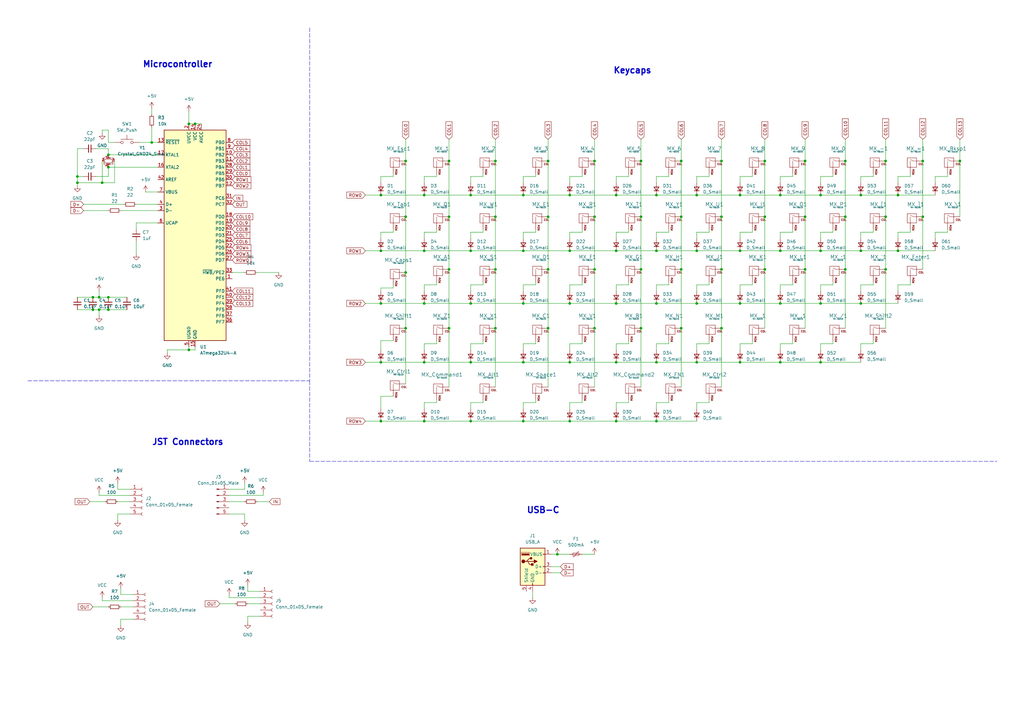
<source format=kicad_sch>
(kicad_sch (version 20211123) (generator eeschema)
  (paper "A3")
  (junction (at 269.24 124.46))
  (junction (at 156.21 172.72))
  (junction (at 233.68 148.59))
  (junction (at 184.15 110.49))
  (junction (at 38.1 127))
  (junction (at 279.4 88.9))
  (junction (at 214.63 80.01))
  (junction (at 62.23 58.42))
  (junction (at 368.3 102.87))
  (junction (at 262.89 110.49))
  (junction (at 44.45 68.58))
  (junction (at 224.79 110.49))
  (junction (at 243.84 88.9))
  (junction (at 77.47 143.51))
  (junction (at 233.68 102.87))
  (junction (at 346.71 110.49))
  (junction (at 295.91 66.04))
  (junction (at 184.15 134.62))
  (junction (at 193.04 102.87))
  (junction (at 269.24 80.01))
  (junction (at 279.4 110.49))
  (junction (at 336.55 102.87))
  (junction (at 203.2 134.62))
  (junction (at 269.24 102.87))
  (junction (at 243.84 110.49))
  (junction (at 353.06 124.46))
  (junction (at 363.22 110.49))
  (junction (at 295.91 110.49))
  (junction (at 252.73 172.72))
  (junction (at 330.2 66.04))
  (junction (at 166.37 66.04))
  (junction (at 41.91 74.93))
  (junction (at 193.04 148.59))
  (junction (at 44.45 63.5))
  (junction (at 224.79 88.9))
  (junction (at 233.68 172.72))
  (junction (at 233.68 124.46))
  (junction (at 353.06 80.01))
  (junction (at 336.55 124.46))
  (junction (at 214.63 172.72))
  (junction (at 368.3 80.01))
  (junction (at 262.89 134.62))
  (junction (at 173.99 124.46))
  (junction (at 203.2 110.49))
  (junction (at 243.84 134.62))
  (junction (at 346.71 88.9))
  (junction (at 214.63 102.87))
  (junction (at 224.79 66.04))
  (junction (at 214.63 148.59))
  (junction (at 295.91 88.9))
  (junction (at 173.99 80.01))
  (junction (at 320.04 148.59))
  (junction (at 269.24 172.72))
  (junction (at 252.73 124.46))
  (junction (at 31.75 74.93))
  (junction (at 173.99 102.87))
  (junction (at 193.04 124.46))
  (junction (at 320.04 80.01))
  (junction (at 303.53 102.87))
  (junction (at 203.2 88.9))
  (junction (at 252.73 148.59))
  (junction (at 214.63 124.46))
  (junction (at 303.53 148.59))
  (junction (at 320.04 102.87))
  (junction (at 363.22 88.9))
  (junction (at 285.75 124.46))
  (junction (at 252.73 102.87))
  (junction (at 336.55 148.59))
  (junction (at 31.75 72.39))
  (junction (at 40.64 121.92))
  (junction (at 243.84 66.04))
  (junction (at 252.73 80.01))
  (junction (at 228.6 227.33))
  (junction (at 184.15 66.04))
  (junction (at 269.24 148.59))
  (junction (at 156.21 124.46))
  (junction (at 262.89 66.04))
  (junction (at 44.45 121.92))
  (junction (at 156.21 102.87))
  (junction (at 393.7 66.04))
  (junction (at 173.99 172.72))
  (junction (at 303.53 124.46))
  (junction (at 303.53 80.01))
  (junction (at 313.69 110.49))
  (junction (at 203.2 66.04))
  (junction (at 77.47 50.8))
  (junction (at 173.99 148.59))
  (junction (at 193.04 172.72))
  (junction (at 285.75 102.87))
  (junction (at 378.46 88.9))
  (junction (at 166.37 111.76))
  (junction (at 378.46 66.04))
  (junction (at 363.22 66.04))
  (junction (at 330.2 88.9))
  (junction (at 193.04 80.01))
  (junction (at 295.91 134.62))
  (junction (at 336.55 80.01))
  (junction (at 166.37 88.9))
  (junction (at 80.01 50.8))
  (junction (at 313.69 66.04))
  (junction (at 40.64 127))
  (junction (at 285.75 148.59))
  (junction (at 330.2 110.49))
  (junction (at 233.68 80.01))
  (junction (at 313.69 88.9))
  (junction (at 156.21 80.01))
  (junction (at 320.04 124.46))
  (junction (at 224.79 134.62))
  (junction (at 38.1 121.92))
  (junction (at 166.37 134.62))
  (junction (at 279.4 66.04))
  (junction (at 156.21 148.59))
  (junction (at 184.15 88.9))
  (junction (at 353.06 102.87))
  (junction (at 44.45 127))
  (junction (at 262.89 88.9))
  (junction (at 279.4 134.62))
  (junction (at 346.71 66.04))
  (junction (at 285.75 80.01))
  (wire (pts (xy 383.54 97.79) (xy 383.54 95.25)))
  (wire (pts (xy 193.04 74.93) (xy 193.04 72.39)))
  (wire (pts (xy 101.6 240.03) (xy 101.6 242.57)))
  (wire (pts (xy 257.81 140.97) (xy 257.81 139.7)))
  (wire (pts (xy 290.83 95.25) (xy 290.83 93.98)))
  (wire (pts (xy 358.14 116.84) (xy 358.14 115.57)))
  (wire (pts (xy 233.68 140.97) (xy 238.76 140.97)))
  (wire (pts (xy 363.22 110.49) (xy 363.22 134.62)))
  (wire (pts (xy 330.2 57.15) (xy 330.2 66.04)))
  (wire (pts (xy 149.86 102.87) (xy 156.21 102.87)))
  (wire (pts (xy 233.68 102.87) (xy 252.73 102.87)))
  (wire (pts (xy 193.04 72.39) (xy 198.12 72.39)))
  (wire (pts (xy 336.55 95.25) (xy 341.63 95.25)))
  (wire (pts (xy 252.73 74.93) (xy 252.73 72.39)))
  (wire (pts (xy 320.04 95.25) (xy 325.12 95.25)))
  (wire (pts (xy 173.99 148.59) (xy 193.04 148.59)))
  (wire (pts (xy 55.88 99.06) (xy 55.88 104.14)))
  (wire (pts (xy 179.07 140.97) (xy 179.07 139.7)))
  (wire (pts (xy 383.54 72.39) (xy 388.62 72.39)))
  (wire (pts (xy 219.71 165.1) (xy 219.71 163.83)))
  (wire (pts (xy 156.21 148.59) (xy 173.99 148.59)))
  (wire (pts (xy 173.99 172.72) (xy 193.04 172.72)))
  (wire (pts (xy 161.29 139.7) (xy 156.21 139.7)))
  (wire (pts (xy 161.29 95.25) (xy 161.29 93.98)))
  (wire (pts (xy 149.86 172.72) (xy 156.21 172.72)))
  (wire (pts (xy 101.6 242.57) (xy 106.68 242.57)))
  (wire (pts (xy 238.76 140.97) (xy 238.76 139.7)))
  (wire (pts (xy 269.24 97.79) (xy 269.24 95.25)))
  (wire (pts (xy 179.07 72.39) (xy 179.07 71.12)))
  (wire (pts (xy 68.58 143.51) (xy 77.47 143.51)))
  (wire (pts (xy 325.12 72.39) (xy 325.12 71.12)))
  (wire (pts (xy 41.91 53.34) (xy 41.91 54.61)))
  (wire (pts (xy 285.75 165.1) (xy 290.83 165.1)))
  (wire (pts (xy 388.62 72.39) (xy 388.62 71.12)))
  (wire (pts (xy 285.75 167.64) (xy 285.75 165.1)))
  (wire (pts (xy 285.75 140.97) (xy 290.83 140.97)))
  (wire (pts (xy 44.45 127) (xy 52.07 127)))
  (wire (pts (xy 100.33 210.82) (xy 100.33 213.36)))
  (wire (pts (xy 184.15 57.15) (xy 184.15 66.04)))
  (wire (pts (xy 325.12 140.97) (xy 325.12 139.7)))
  (wire (pts (xy 214.63 97.79) (xy 214.63 95.25)))
  (polyline (pts (xy 127 11.43) (xy 127 156.21)))
  (wire (pts (xy 313.69 66.04) (xy 313.69 88.9)))
  (wire (pts (xy 80.01 50.8) (xy 82.55 50.8)))
  (wire (pts (xy 252.73 172.72) (xy 269.24 172.72)))
  (wire (pts (xy 320.04 140.97) (xy 325.12 140.97)))
  (wire (pts (xy 274.32 72.39) (xy 274.32 71.12)))
  (wire (pts (xy 330.2 110.49) (xy 330.2 134.62)))
  (wire (pts (xy 252.73 80.01) (xy 269.24 80.01)))
  (wire (pts (xy 353.06 97.79) (xy 353.06 95.25)))
  (wire (pts (xy 156.21 162.56) (xy 156.21 167.64)))
  (wire (pts (xy 269.24 72.39) (xy 274.32 72.39)))
  (wire (pts (xy 308.61 95.25) (xy 308.61 93.98)))
  (wire (pts (xy 179.07 165.1) (xy 179.07 163.83)))
  (wire (pts (xy 285.75 102.87) (xy 303.53 102.87)))
  (wire (pts (xy 336.55 74.93) (xy 336.55 72.39)))
  (wire (pts (xy 64.77 91.44) (xy 55.88 91.44)))
  (wire (pts (xy 303.53 119.38) (xy 303.53 116.84)))
  (wire (pts (xy 193.04 165.1) (xy 198.12 165.1)))
  (wire (pts (xy 44.45 63.5) (xy 64.77 63.5)))
  (wire (pts (xy 193.04 172.72) (xy 214.63 172.72)))
  (wire (pts (xy 233.68 116.84) (xy 238.76 116.84)))
  (wire (pts (xy 48.26 200.66) (xy 53.34 200.66)))
  (wire (pts (xy 353.06 102.87) (xy 368.3 102.87)))
  (wire (pts (xy 49.53 241.3) (xy 49.53 243.84)))
  (wire (pts (xy 308.61 72.39) (xy 308.61 71.12)))
  (wire (pts (xy 39.37 60.96) (xy 44.45 60.96)))
  (wire (pts (xy 214.63 95.25) (xy 219.71 95.25)))
  (wire (pts (xy 358.14 95.25) (xy 358.14 93.98)))
  (wire (pts (xy 303.53 95.25) (xy 308.61 95.25)))
  (wire (pts (xy 313.69 110.49) (xy 313.69 134.62)))
  (wire (pts (xy 214.63 124.46) (xy 233.68 124.46)))
  (wire (pts (xy 368.3 97.79) (xy 368.3 95.25)))
  (wire (pts (xy 34.29 83.82) (xy 50.8 83.82)))
  (wire (pts (xy 48.26 198.12) (xy 48.26 200.66)))
  (wire (pts (xy 383.54 95.25) (xy 388.62 95.25)))
  (wire (pts (xy 383.54 74.93) (xy 383.54 72.39)))
  (wire (pts (xy 378.46 88.9) (xy 378.46 110.49)))
  (wire (pts (xy 368.3 119.38) (xy 368.3 116.84)))
  (wire (pts (xy 243.84 134.62) (xy 243.84 158.75)))
  (wire (pts (xy 290.83 140.97) (xy 290.83 139.7)))
  (wire (pts (xy 193.04 97.79) (xy 193.04 95.25)))
  (wire (pts (xy 285.75 119.38) (xy 285.75 116.84)))
  (wire (pts (xy 224.79 110.49) (xy 224.79 134.62)))
  (wire (pts (xy 184.15 88.9) (xy 184.15 110.49)))
  (wire (pts (xy 193.04 116.84) (xy 198.12 116.84)))
  (wire (pts (xy 193.04 102.87) (xy 214.63 102.87)))
  (wire (pts (xy 368.3 116.84) (xy 373.38 116.84)))
  (wire (pts (xy 358.14 72.39) (xy 358.14 71.12)))
  (wire (pts (xy 303.53 116.84) (xy 308.61 116.84)))
  (wire (pts (xy 303.53 97.79) (xy 303.53 95.25)))
  (wire (pts (xy 31.75 127) (xy 38.1 127)))
  (wire (pts (xy 68.58 144.78) (xy 68.58 143.51)))
  (wire (pts (xy 368.3 80.01) (xy 383.54 80.01)))
  (wire (pts (xy 353.06 119.38) (xy 353.06 116.84)))
  (wire (pts (xy 106.68 252.73) (xy 101.6 252.73)))
  (wire (pts (xy 285.75 80.01) (xy 303.53 80.01)))
  (wire (pts (xy 353.06 140.97) (xy 358.14 140.97)))
  (wire (pts (xy 173.99 119.38) (xy 173.99 116.84)))
  (wire (pts (xy 336.55 102.87) (xy 353.06 102.87)))
  (wire (pts (xy 257.81 165.1) (xy 257.81 163.83)))
  (wire (pts (xy 193.04 140.97) (xy 198.12 140.97)))
  (wire (pts (xy 238.76 227.33) (xy 243.84 227.33)))
  (wire (pts (xy 243.84 88.9) (xy 243.84 110.49)))
  (wire (pts (xy 285.75 72.39) (xy 290.83 72.39)))
  (wire (pts (xy 252.73 165.1) (xy 257.81 165.1)))
  (wire (pts (xy 233.68 172.72) (xy 252.73 172.72)))
  (wire (pts (xy 219.71 72.39) (xy 219.71 71.12)))
  (wire (pts (xy 44.45 121.92) (xy 52.07 121.92)))
  (wire (pts (xy 262.89 66.04) (xy 262.89 88.9)))
  (wire (pts (xy 325.12 116.84) (xy 325.12 115.57)))
  (wire (pts (xy 173.99 80.01) (xy 193.04 80.01)))
  (wire (pts (xy 184.15 66.04) (xy 184.15 88.9)))
  (wire (pts (xy 238.76 116.84) (xy 238.76 115.57)))
  (wire (pts (xy 36.83 205.74) (xy 43.18 205.74)))
  (wire (pts (xy 214.63 148.59) (xy 233.68 148.59)))
  (wire (pts (xy 363.22 57.15) (xy 363.22 66.04)))
  (wire (pts (xy 353.06 95.25) (xy 358.14 95.25)))
  (wire (pts (xy 105.41 205.74) (xy 110.49 205.74)))
  (wire (pts (xy 203.2 134.62) (xy 203.2 158.75)))
  (wire (pts (xy 40.64 203.2) (xy 53.34 203.2)))
  (wire (pts (xy 285.75 143.51) (xy 285.75 140.97)))
  (wire (pts (xy 193.04 167.64) (xy 193.04 165.1)))
  (wire (pts (xy 214.63 74.93) (xy 214.63 72.39)))
  (wire (pts (xy 156.21 102.87) (xy 173.99 102.87)))
  (wire (pts (xy 269.24 124.46) (xy 285.75 124.46)))
  (polyline (pts (xy 127 189.23) (xy 408.94 189.23)))
  (wire (pts (xy 285.75 97.79) (xy 285.75 95.25)))
  (wire (pts (xy 303.53 102.87) (xy 320.04 102.87)))
  (wire (pts (xy 173.99 124.46) (xy 193.04 124.46)))
  (wire (pts (xy 214.63 72.39) (xy 219.71 72.39)))
  (wire (pts (xy 219.71 95.25) (xy 219.71 93.98)))
  (wire (pts (xy 313.69 57.15) (xy 313.69 66.04)))
  (wire (pts (xy 262.89 57.15) (xy 262.89 66.04)))
  (wire (pts (xy 252.73 95.25) (xy 257.81 95.25)))
  (wire (pts (xy 243.84 66.04) (xy 243.84 88.9)))
  (wire (pts (xy 203.2 66.04) (xy 203.2 88.9)))
  (wire (pts (xy 193.04 80.01) (xy 214.63 80.01)))
  (wire (pts (xy 44.45 68.58) (xy 64.77 68.58)))
  (wire (pts (xy 269.24 102.87) (xy 285.75 102.87)))
  (wire (pts (xy 353.06 124.46) (xy 368.3 124.46)))
  (wire (pts (xy 100.33 200.66) (xy 93.98 200.66)))
  (wire (pts (xy 233.68 148.59) (xy 252.73 148.59)))
  (wire (pts (xy 173.99 143.51) (xy 173.99 140.97)))
  (wire (pts (xy 198.12 165.1) (xy 198.12 163.83)))
  (wire (pts (xy 252.73 143.51) (xy 252.73 140.97)))
  (wire (pts (xy 173.99 95.25) (xy 179.07 95.25)))
  (wire (pts (xy 279.4 134.62) (xy 279.4 158.75)))
  (wire (pts (xy 252.73 72.39) (xy 257.81 72.39)))
  (wire (pts (xy 274.32 140.97) (xy 274.32 139.7)))
  (wire (pts (xy 173.99 97.79) (xy 173.99 95.25)))
  (wire (pts (xy 303.53 143.51) (xy 303.53 140.97)))
  (wire (pts (xy 105.41 111.76) (xy 114.3 111.76)))
  (wire (pts (xy 295.91 88.9) (xy 295.91 110.49)))
  (wire (pts (xy 320.04 72.39) (xy 325.12 72.39)))
  (wire (pts (xy 330.2 66.04) (xy 330.2 88.9)))
  (wire (pts (xy 80.01 143.51) (xy 80.01 142.24)))
  (wire (pts (xy 31.75 74.93) (xy 31.75 76.2)))
  (wire (pts (xy 40.64 119.38) (xy 40.64 121.92)))
  (wire (pts (xy 274.32 95.25) (xy 274.32 93.98)))
  (wire (pts (xy 41.91 245.11) (xy 41.91 246.38)))
  (wire (pts (xy 233.68 80.01) (xy 252.73 80.01)))
  (wire (pts (xy 226.06 232.41) (xy 229.87 232.41)))
  (wire (pts (xy 295.91 134.62) (xy 295.91 158.75)))
  (wire (pts (xy 269.24 172.72) (xy 285.75 172.72)))
  (wire (pts (xy 62.23 52.07) (xy 62.23 58.42)))
  (wire (pts (xy 166.37 88.9) (xy 166.37 111.76)))
  (wire (pts (xy 279.4 110.49) (xy 279.4 134.62)))
  (wire (pts (xy 49.53 86.36) (xy 64.77 86.36)))
  (wire (pts (xy 238.76 165.1) (xy 238.76 163.83)))
  (wire (pts (xy 41.91 74.93) (xy 31.75 74.93)))
  (wire (pts (xy 295.91 110.49) (xy 295.91 134.62)))
  (wire (pts (xy 214.63 167.64) (xy 214.63 165.1)))
  (wire (pts (xy 101.6 252.73) (xy 101.6 255.27)))
  (wire (pts (xy 48.26 205.74) (xy 53.34 205.74)))
  (wire (pts (xy 41.91 246.38) (xy 54.61 246.38)))
  (wire (pts (xy 161.29 72.39) (xy 161.29 71.12)))
  (wire (pts (xy 38.1 127) (xy 40.64 127)))
  (wire (pts (xy 320.04 143.51) (xy 320.04 140.97)))
  (wire (pts (xy 336.55 148.59) (xy 353.06 148.59)))
  (wire (pts (xy 233.68 124.46) (xy 252.73 124.46)))
  (wire (pts (xy 193.04 95.25) (xy 198.12 95.25)))
  (wire (pts (xy 219.71 116.84) (xy 219.71 115.57)))
  (wire (pts (xy 156.21 139.7) (xy 156.21 143.51)))
  (wire (pts (xy 274.32 116.84) (xy 274.32 115.57)))
  (wire (pts (xy 93.98 245.11) (xy 106.68 245.11)))
  (wire (pts (xy 303.53 124.46) (xy 320.04 124.46)))
  (wire (pts (xy 203.2 57.15) (xy 203.2 66.04)))
  (wire (pts (xy 203.2 110.49) (xy 203.2 134.62)))
  (wire (pts (xy 269.24 140.97) (xy 274.32 140.97)))
  (wire (pts (xy 274.32 165.1) (xy 274.32 163.83)))
  (wire (pts (xy 308.61 116.84) (xy 308.61 115.57)))
  (wire (pts (xy 325.12 95.25) (xy 325.12 93.98)))
  (wire (pts (xy 107.95 201.93) (xy 107.95 203.2)))
  (wire (pts (xy 214.63 119.38) (xy 214.63 116.84)))
  (wire (pts (xy 214.63 116.84) (xy 219.71 116.84)))
  (wire (pts (xy 161.29 162.56) (xy 156.21 162.56)))
  (wire (pts (xy 44.45 53.34) (xy 41.91 53.34)))
  (wire (pts (xy 303.53 74.93) (xy 303.53 72.39)))
  (wire (pts (xy 320.04 80.01) (xy 336.55 80.01)))
  (wire (pts (xy 156.21 80.01) (xy 173.99 80.01)))
  (wire (pts (xy 224.79 88.9) (xy 224.79 110.49)))
  (wire (pts (xy 156.21 172.72) (xy 173.99 172.72)))
  (wire (pts (xy 320.04 74.93) (xy 320.04 72.39)))
  (wire (pts (xy 34.29 60.96) (xy 31.75 60.96)))
  (wire (pts (xy 257.81 116.84) (xy 257.81 115.57)))
  (wire (pts (xy 173.99 167.64) (xy 173.99 165.1)))
  (wire (pts (xy 257.81 72.39) (xy 257.81 71.12)))
  (wire (pts (xy 233.68 74.93) (xy 233.68 72.39)))
  (wire (pts (xy 290.83 116.84) (xy 290.83 115.57)))
  (wire (pts (xy 100.33 198.12) (xy 100.33 200.66)))
  (wire (pts (xy 226.06 227.33) (xy 228.6 227.33)))
  (wire (pts (xy 330.2 88.9) (xy 330.2 110.49)))
  (wire (pts (xy 214.63 172.72) (xy 233.68 172.72)))
  (wire (pts (xy 39.37 72.39) (xy 44.45 72.39)))
  (wire (pts (xy 285.75 74.93) (xy 285.75 72.39)))
  (wire (pts (xy 269.24 119.38) (xy 269.24 116.84)))
  (wire (pts (xy 336.55 72.39) (xy 341.63 72.39)))
  (wire (pts (xy 252.73 119.38) (xy 252.73 116.84)))
  (wire (pts (xy 59.69 78.74) (xy 64.77 78.74)))
  (wire (pts (xy 363.22 88.9) (xy 363.22 110.49)))
  (wire (pts (xy 193.04 148.59) (xy 214.63 148.59)))
  (wire (pts (xy 336.55 116.84) (xy 341.63 116.84)))
  (wire (pts (xy 233.68 72.39) (xy 238.76 72.39)))
  (wire (pts (xy 341.63 72.39) (xy 341.63 71.12)))
  (wire (pts (xy 295.91 66.04) (xy 295.91 88.9)))
  (wire (pts (xy 156.21 97.79) (xy 156.21 95.25)))
  (wire (pts (xy 353.06 72.39) (xy 358.14 72.39)))
  (wire (pts (xy 193.04 124.46) (xy 214.63 124.46)))
  (wire (pts (xy 320.04 102.87) (xy 336.55 102.87)))
  (wire (pts (xy 353.06 143.51) (xy 353.06 140.97)))
  (wire (pts (xy 341.63 116.84) (xy 341.63 115.57)))
  (wire (pts (xy 233.68 143.51) (xy 233.68 140.97)))
  (wire (pts (xy 346.71 66.04) (xy 346.71 88.9)))
  (wire (pts (xy 31.75 72.39) (xy 31.75 74.93)))
  (wire (pts (xy 62.23 44.45) (xy 62.23 46.99)))
  (wire (pts (xy 31.75 60.96) (xy 31.75 72.39)))
  (wire (pts (xy 252.73 167.64) (xy 252.73 165.1)))
  (wire (pts (xy 279.4 88.9) (xy 279.4 110.49)))
  (wire (pts (xy 341.63 140.97) (xy 341.63 139.7)))
  (wire (pts (xy 38.1 121.92) (xy 40.64 121.92)))
  (wire (pts (xy 193.04 143.51) (xy 193.04 140.97)))
  (wire (pts (xy 393.7 66.04) (xy 393.7 88.9)))
  (wire (pts (xy 285.75 148.59) (xy 303.53 148.59)))
  (wire (pts (xy 358.14 140.97) (xy 358.14 139.7)))
  (wire (pts (xy 173.99 116.84) (xy 179.07 116.84)))
  (wire (pts (xy 238.76 72.39) (xy 238.76 71.12)))
  (wire (pts (xy 252.73 97.79) (xy 252.73 95.25)))
  (wire (pts (xy 173.99 165.1) (xy 179.07 165.1)))
  (wire (pts (xy 279.4 57.15) (xy 279.4 66.04)))
  (wire (pts (xy 233.68 165.1) (xy 238.76 165.1)))
  (wire (pts (xy 161.29 116.84) (xy 161.29 118.11)))
  (wire (pts (xy 156.21 72.39) (xy 161.29 72.39)))
  (wire (pts (xy 378.46 57.15) (xy 378.46 66.04)))
  (wire (pts (xy 378.46 66.04) (xy 378.46 88.9)))
  (wire (pts (xy 93.98 210.82) (xy 100.33 210.82)))
  (wire (pts (xy 262.89 110.49) (xy 262.89 134.62)))
  (wire (pts (xy 49.53 243.84) (xy 54.61 243.84)))
  (wire (pts (xy 295.91 57.15) (xy 295.91 66.04)))
  (wire (pts (xy 40.64 127) (xy 40.64 129.54)))
  (wire (pts (xy 173.99 102.87) (xy 193.04 102.87)))
  (wire (pts (xy 336.55 143.51) (xy 336.55 140.97)))
  (wire (pts (xy 77.47 45.72) (xy 77.47 50.8)))
  (wire (pts (xy 214.63 80.01) (xy 233.68 80.01)))
  (wire (pts (xy 373.38 116.84) (xy 373.38 115.57)))
  (wire (pts (xy 393.7 57.15) (xy 393.7 66.04)))
  (wire (pts (xy 198.12 95.25) (xy 198.12 93.98)))
  (wire (pts (xy 40.64 127) (xy 44.45 127)))
  (wire (pts (xy 214.63 165.1) (xy 219.71 165.1)))
  (wire (pts (xy 252.73 140.97) (xy 257.81 140.97)))
  (wire (pts (xy 40.64 201.93) (xy 40.64 203.2)))
  (wire (pts (xy 156.21 124.46) (xy 173.99 124.46)))
  (wire (pts (xy 77.47 142.24) (xy 77.47 143.51)))
  (polyline (pts (xy 11.43 156.21) (xy 127 156.21)))
  (wire (pts (xy 320.04 116.84) (xy 325.12 116.84)))
  (wire (pts (xy 303.53 80.01) (xy 320.04 80.01)))
  (wire (pts (xy 252.73 148.59) (xy 269.24 148.59)))
  (wire (pts (xy 44.45 58.42) (xy 44.45 53.34)))
  (wire (pts (xy 243.84 110.49) (xy 243.84 134.62)))
  (wire (pts (xy 173.99 140.97) (xy 179.07 140.97)))
  (wire (pts (xy 262.89 134.62) (xy 262.89 158.75)))
  (wire (pts (xy 336.55 140.97) (xy 341.63 140.97)))
  (wire (pts (xy 77.47 143.51) (xy 80.01 143.51)))
  (wire (pts (xy 218.44 242.57) (xy 218.44 245.11)))
  (wire (pts (xy 252.73 116.84) (xy 257.81 116.84)))
  (wire (pts (xy 233.68 97.79) (xy 233.68 95.25)))
  (wire (pts (xy 198.12 72.39) (xy 198.12 71.12)))
  (wire (pts (xy 269.24 148.59) (xy 285.75 148.59)))
  (wire (pts (xy 95.25 111.76) (xy 100.33 111.76)))
  (wire (pts (xy 46.99 74.93) (xy 41.91 74.93)))
  (wire (pts (xy 166.37 134.62) (xy 166.37 157.48)))
  (wire (pts (xy 226.06 234.95) (xy 229.87 234.95)))
  (wire (pts (xy 320.04 119.38) (xy 320.04 116.84)))
  (wire (pts (xy 198.12 116.84) (xy 198.12 115.57)))
  (wire (pts (xy 214.63 102.87) (xy 233.68 102.87)))
  (wire (pts (xy 279.4 66.04) (xy 279.4 88.9)))
  (wire (pts (xy 336.55 124.46) (xy 353.06 124.46)))
  (wire (pts (xy 269.24 116.84) (xy 274.32 116.84)))
  (wire (pts (xy 166.37 66.04) (xy 166.37 88.9)))
  (wire (pts (xy 224.79 134.62) (xy 224.79 158.75)))
  (wire (pts (xy 101.6 247.65) (xy 106.68 247.65)))
  (wire (pts (xy 166.37 111.76) (xy 166.37 134.62)))
  (wire (pts (xy 41.91 66.04) (xy 41.91 74.93)))
  (wire (pts (xy 269.24 80.01) (xy 285.75 80.01)))
  (wire (pts (xy 38.1 248.92) (xy 44.45 248.92)))
  (wire (pts (xy 31.75 72.39) (xy 34.29 72.39)))
  (wire (pts (xy 49.53 254) (xy 49.53 256.54)))
  (wire (pts (xy 228.6 227.33) (xy 233.68 227.33)))
  (wire (pts (xy 269.24 143.51) (xy 269.24 140.97)))
  (wire (pts (xy 149.86 124.46) (xy 156.21 124.46)))
  (wire (pts (xy 233.68 167.64) (xy 233.68 165.1)))
  (wire (pts (xy 53.34 210.82) (xy 48.26 210.82)))
  (wire (pts (xy 156.21 95.25) (xy 161.29 95.25)))
  (wire (pts (xy 346.71 57.15) (xy 346.71 66.04)))
  (wire (pts (xy 184.15 110.49) (xy 184.15 134.62)))
  (wire (pts (xy 49.53 248.92) (xy 54.61 248.92)))
  (wire (pts (xy 55.88 83.82) (xy 64.77 83.82)))
  (wire (pts (xy 233.68 95.25) (xy 238.76 95.25)))
  (wire (pts (xy 290.83 165.1) (xy 290.83 163.83)))
  (wire (pts (xy 48.26 210.82) (xy 48.26 213.36)))
  (wire (pts (xy 173.99 72.39) (xy 179.07 72.39)))
  (wire (pts (xy 93.98 243.84) (xy 93.98 245.11)))
  (wire (pts (xy 252.73 102.87) (xy 269.24 102.87)))
  (wire (pts (xy 184.15 134.62) (xy 184.15 158.75)))
  (wire (pts (xy 388.62 95.25) (xy 388.62 93.98)))
  (wire (pts (xy 290.83 72.39) (xy 290.83 71.12)))
  (wire (pts (xy 203.2 88.9) (xy 203.2 110.49)))
  (wire (pts (xy 368.3 102.87) (xy 383.54 102.87)))
  (wire (pts (xy 353.06 80.01) (xy 368.3 80.01)))
  (wire (pts (xy 269.24 167.64) (xy 269.24 165.1)))
  (wire (pts (xy 224.79 66.04) (xy 224.79 88.9)))
  (wire (pts (xy 46.99 66.04) (xy 46.99 74.93)))
  (wire (pts (xy 93.98 205.74) (xy 100.33 205.74)))
  (wire (pts (xy 243.84 57.15) (xy 243.84 66.04)))
  (wire (pts (xy 341.63 95.25) (xy 341.63 93.98)))
  (wire (pts (xy 368.3 72.39) (xy 373.38 72.39)))
  (wire (pts (xy 320.04 148.59) (xy 336.55 148.59)))
  (wire (pts (xy 373.38 95.25) (xy 373.38 93.98)))
  (wire (pts (xy 308.61 140.97) (xy 308.61 139.7)))
  (wire (pts (xy 90.17 247.65) (xy 96.52 247.65)))
  (wire (pts (xy 161.29 118.11) (xy 156.21 118.11)))
  (wire (pts (xy 149.86 80.01) (xy 156.21 80.01)))
  (wire (pts (xy 149.86 148.59) (xy 156.21 148.59)))
  (wire (pts (xy 269.24 74.93) (xy 269.24 72.39)))
  (wire (pts (xy 257.81 95.25) (xy 257.81 93.98)))
  (wire (pts (xy 303.53 148.59) (xy 320.04 148.59)))
  (wire (pts (xy 285.75 124.46) (xy 303.53 124.46)))
  (wire (pts (xy 179.07 116.84) (xy 179.07 115.57)))
  (wire (pts (xy 34.29 86.36) (xy 44.45 86.36)))
  (wire (pts (xy 353.06 116.84) (xy 358.14 116.84)))
  (wire (pts (xy 54.61 254) (xy 49.53 254)))
  (wire (pts (xy 336.55 97.79) (xy 336.55 95.25)))
  (wire (pts (xy 224.79 57.15) (xy 224.79 66.04)))
  (wire (pts (xy 233.68 119.38) (xy 233.68 116.84)))
  (wire (pts (xy 303.53 140.97) (xy 308.61 140.97)))
  (wire (pts (xy 269.24 95.25) (xy 274.32 95.25)))
  (wire (pts (xy 214.63 143.51) (xy 214.63 140.97)))
  (wire (pts (xy 313.69 88.9) (xy 313.69 110.49)))
  (wire (pts (xy 346.71 110.49) (xy 346.71 134.62)))
  (wire (pts (xy 219.71 140.97) (xy 219.71 139.7)))
  (wire (pts (xy 179.07 95.25) (xy 179.07 93.98)))
  (wire (pts (xy 193.04 119.38) (xy 193.04 116.84)))
  (wire (pts (xy 44.45 60.96) (xy 44.45 63.5)))
  (wire (pts (xy 44.45 72.39) (xy 44.45 68.58)))
  (wire (pts (xy 368.3 95.25) (xy 373.38 95.25)))
  (wire (pts (xy 303.53 72.39) (xy 308.61 72.39)))
  (wire (pts (xy 320.04 97.79) (xy 320.04 95.25)))
  (wire (pts (xy 46.99 58.42) (xy 44.45 58.42)))
  (wire (pts (xy 252.73 124.46) (xy 269.24 124.46)))
  (wire (pts (xy 214.63 140.97) (xy 219.71 140.97)))
  (wire (pts (xy 285.75 116.84) (xy 290.83 116.84)))
  (wire (pts (xy 40.64 121.92) (xy 44.45 121.92)))
  (polyline (pts (xy 127 156.21) (xy 127 189.23)))
  (wire (pts (xy 156.21 74.93) (xy 156.21 72.39)))
  (wire (pts (xy 368.3 74.93) (xy 368.3 72.39)))
  (wire (pts (xy 62.23 58.42) (xy 64.77 58.42)))
  (wire (pts (xy 353.06 74.93) (xy 353.06 72.39)))
  (wire (pts (xy 166.37 57.15) (xy 166.37 66.04)))
  (wire (pts (xy 285.75 95.25) (xy 290.83 95.25)))
  (wire (pts (xy 198.12 140.97) (xy 198.12 139.7)))
  (wire (pts (xy 320.04 124.46) (xy 336.55 124.46)))
  (wire (pts (xy 336.55 80.01) (xy 353.06 80.01)))
  (wire (pts (xy 238.76 95.25) (xy 238.76 93.98)))
  (wire (pts (xy 57.15 58.42) (xy 62.23 58.42)))
  (wire (pts (xy 373.38 72.39) (xy 373.38 71.12)))
  (wire (pts (xy 346.71 88.9) (xy 346.71 110.49)))
  (wire (pts (xy 107.95 203.2) (xy 93.98 203.2)))
  (wire (pts (xy 173.99 74.93) (xy 173.99 72.39)))
  (wire (pts (xy 363.22 66.04) (xy 363.22 88.9)))
  (wire (pts (xy 156.21 118.11) (xy 156.21 119.38)))
  (wire (pts (xy 262.89 88.9) (xy 262.89 110.49)))
  (wire (pts (xy 336.55 119.38) (xy 336.55 116.84)))
  (wire (pts (xy 77.47 50.8) (xy 80.01 50.8)))
  (wire (pts (xy 269.24 165.1) (xy 274.32 165.1)))
  (wire (pts (xy 31.75 121.92) (xy 38.1 121.92)))
  (wire (pts (xy 55.88 91.44) (xy 55.88 93.98)))
  (text "USB-C" (at 215.9 210.82 0) (effects (font (size 2.5 2.5) bold) (justify left bottom)))
  (text "Keycaps" (at 251.46 30.48 0) (effects (font (size 2.5 2.5) bold) (justify left bottom)))
  (text "JST Connectors" (at 62.23 182.88 0) (effects (font (size 2.5 2.5) bold) (justify left bottom)))
  (text "Microcontroller" (at 58.42 27.94 0) (effects (font (size 2.5 2.5) (thickness 0.5) bold) (justify left bottom)))
  (global_label "ROW1" (shape input) (at 95.25 73.66 0) (property "Intersheet References" "${INTERSHEET_REFS}" (effects hide)))
  (global_label "OUT" (shape input) (at 95.25 83.82 0) (property "Intersheet References" "${INTERSHEET_REFS}" (effects hide)))
  (global_label "COL5" (shape input) (at 262.89 57.15 90) (property "Intersheet References" "${INTERSHEET_REFS}" (effects hide)))
  (global_label "COL9" (shape input) (at 330.2 57.15 90) (property "Intersheet References" "${INTERSHEET_REFS}" (effects hide)))
  (global_label "COL12" (shape input) (at 378.46 57.15 90) (property "Intersheet References" "${INTERSHEET_REFS}" (effects hide)))
  (global_label "COL3" (shape input) (at 95.25 63.5 0) (property "Intersheet References" "${INTERSHEET_REFS}" (effects hide)))
  (global_label "COL2" (shape input) (at 95.25 66.04 0) (property "Intersheet References" "${INTERSHEET_REFS}" (effects hide)))
  (global_label "OUT" (shape input) (at 36.83 205.74 180) (property "Intersheet References" "${INTERSHEET_REFS}" (effects hide)))
  (global_label "COL11" (shape input) (at 363.22 57.15 90) (property "Intersheet References" "${INTERSHEET_REFS}" (effects hide)))
  (global_label "COL8" (shape input) (at 95.25 93.98 0) (property "Intersheet References" "${INTERSHEET_REFS}" (effects hide)))
  (global_label "OUT" (shape input) (at 90.17 247.65 180) (property "Intersheet References" "${INTERSHEET_REFS}" (effects hide)))
  (global_label "ROW3" (shape input) (at 149.86 148.59 180) (property "Intersheet References" "${INTERSHEET_REFS}" (effects hide)))
  (global_label "COL6" (shape input) (at 279.4 57.15 90) (property "Intersheet References" "${INTERSHEET_REFS}" (effects hide)))
  (global_label "COL1" (shape input) (at 95.25 68.58 0) (property "Intersheet References" "${INTERSHEET_REFS}" (effects hide)))
  (global_label "COL10" (shape input) (at 95.25 88.9 0) (property "Intersheet References" "${INTERSHEET_REFS}" (effects hide)))
  (global_label "ROW4" (shape input) (at 149.86 172.72 180) (property "Intersheet References" "${INTERSHEET_REFS}" (effects hide)))
  (global_label "COL8" (shape input) (at 313.69 57.15 90) (property "Intersheet References" "${INTERSHEET_REFS}" (effects hide)))
  (global_label "D+" (shape input) (at 229.87 232.41 0) (property "Intersheet References" "${INTERSHEET_REFS}" (effects hide)))
  (global_label "COL9" (shape input) (at 95.25 91.44 0) (property "Intersheet References" "${INTERSHEET_REFS}" (effects hide)))
  (global_label "COL12" (shape input) (at 95.25 121.92 0) (property "Intersheet References" "${INTERSHEET_REFS}" (effects hide)))
  (global_label "COL3" (shape input) (at 224.79 57.15 90) (property "Intersheet References" "${INTERSHEET_REFS}" (effects hide)))
  (global_label "COL7" (shape input) (at 95.25 96.52 0) (property "Intersheet References" "${INTERSHEET_REFS}" (effects hide)))
  (global_label "COL4" (shape input) (at 95.25 60.96 0) (property "Intersheet References" "${INTERSHEET_REFS}" (effects hide)))
  (global_label "COL4" (shape input) (at 243.84 57.15 90) (property "Intersheet References" "${INTERSHEET_REFS}" (effects hide)))
  (global_label "COL10" (shape input) (at 346.71 57.15 90) (property "Intersheet References" "${INTERSHEET_REFS}" (effects hide)))
  (global_label "COL1" (shape input) (at 184.15 57.15 90) (property "Intersheet References" "${INTERSHEET_REFS}" (effects hide)))
  (global_label "COL13" (shape input) (at 393.7 57.15 90) (property "Intersheet References" "${INTERSHEET_REFS}" (effects hide)))
  (global_label "OUT" (shape input) (at 38.1 248.92 180) (property "Intersheet References" "${INTERSHEET_REFS}" (effects hide)))
  (global_label "COL11" (shape input) (at 95.25 119.38 0) (property "Intersheet References" "${INTERSHEET_REFS}" (effects hide)))
  (global_label "COL2" (shape input) (at 203.2 57.15 90) (property "Intersheet References" "${INTERSHEET_REFS}" (effects hide)))
  (global_label "COL7" (shape input) (at 295.91 57.15 90) (property "Intersheet References" "${INTERSHEET_REFS}" (effects hide)))
  (global_label "ROW0" (shape input) (at 95.25 106.68 0) (property "Intersheet References" "${INTERSHEET_REFS}" (effects hide)))
  (global_label "ROW3" (shape input) (at 95.25 104.14 0) (property "Intersheet References" "${INTERSHEET_REFS}" (effects hide)))
  (global_label "ROW0" (shape input) (at 149.86 80.01 180) (property "Intersheet References" "${INTERSHEET_REFS}" (effects hide)))
  (global_label "D-" (shape input) (at 34.29 86.36 180) (property "Intersheet References" "${INTERSHEET_REFS}" (effects hide)))
  (global_label "IN" (shape input) (at 95.25 81.28 0) (property "Intersheet References" "${INTERSHEET_REFS}" (effects hide)))
  (global_label "ROW2" (shape input) (at 95.25 76.2 0) (property "Intersheet References" "${INTERSHEET_REFS}" (effects hide)))
  (global_label "D+" (shape input) (at 34.29 83.82 180) (property "Intersheet References" "${INTERSHEET_REFS}" (effects hide)))
  (global_label "COL0" (shape input) (at 95.25 71.12 0) (property "Intersheet References" "${INTERSHEET_REFS}" (effects hide)))
  (global_label "D-" (shape input) (at 229.87 234.95 0) (property "Intersheet References" "${INTERSHEET_REFS}" (effects hide)))
  (global_label "ROW2" (shape input) (at 149.86 124.46 180) (property "Intersheet References" "${INTERSHEET_REFS}" (effects hide)))
  (global_label "COL13" (shape input) (at 95.25 124.46 0) (property "Intersheet References" "${INTERSHEET_REFS}" (effects hide)))
  (global_label "IN" (shape input) (at 110.49 205.74 0) (property "Intersheet References" "${INTERSHEET_REFS}" (effects hide)))
  (global_label "COL0" (shape input) (at 166.37 57.15 90) (property "Intersheet References" "${INTERSHEET_REFS}" (effects hide)))
  (global_label "COL6" (shape input) (at 95.25 99.06 0) (property "Intersheet References" "${INTERSHEET_REFS}" (effects hide)))
  (global_label "COL5" (shape input) (at 95.25 58.42 0) (property "Intersheet References" "${INTERSHEET_REFS}" (effects hide)))
  (global_label "ROW1" (shape input) (at 149.86 102.87 180) (property "Intersheet References" "${INTERSHEET_REFS}" (effects hide)))
  (global_label "ROW4" (shape input) (at 95.25 101.6 0) (property "Intersheet References" "${INTERSHEET_REFS}" (effects hide)))
  (symbol (lib_id "Device:D_Small") (at 383.54 100.33 90) (unit 1)
    (property "Reference" "D61" (at 386.08 99.0599 90) (effects (justify right)))
    (property "Value" "D_Small" (at 386.08 101.5999 90) (effects (justify right)))
    (property "Footprint" "Diode_SMD:D_SOD-123" (effects hide))
  )
  (symbol (lib_id "power:GND") (at 31.75 76.2 0) (unit 1)
    (property "Reference" "#PWR0106" (effects hide))
    (property "Value" "GND" (at 31.75 81.28 0))
  )
  (symbol (lib_id "MX_Alps_Hybrid:MX-NoLED") (at 259.08 90.17 0) (unit 1)
    (property "Reference" "MX_T1" (at 259.9656 83.82 0) (effects (font (size 1.524 1.524))))
    (property "Value" "MX-NoLED" (at 259.9656 85.09 0) (effects (font (size 0.508 0.508))))
    (property "Footprint" "MX_Alps_Hybrid:MX-1U-NoLED" (effects hide))
  )
  (symbol (lib_id "Device:D_Small") (at 285.75 121.92 90) (unit 1)
    (property "Reference" "D38" (at 288.29 120.6499 90) (effects (justify right)))
    (property "Value" "D_Small" (at 288.29 123.1899 90) (effects (justify right)))
    (property "Footprint" "Diode_SMD:D_SOD-123" (effects hide))
  )
  (symbol (lib_id "MX_Alps_Hybrid:MX-NoLED") (at 342.9 111.76 0) (unit 1)
    (property "Reference" "MX_;1" (at 343.7856 105.41 0) (effects (font (size 1.524 1.524))))
    (property "Value" "MX-NoLED" (at 343.7856 106.68 0) (effects (font (size 0.508 0.508))))
    (property "Footprint" "MX_Alps_Hybrid:MX-1U-NoLED" (effects hide))
  )
  (symbol (lib_id "MX_Alps_Hybrid:MX-NoLED") (at 220.98 67.31 0) (unit 1)
    (property "Reference" "MX_3" (at 221.8656 60.96 0) (effects (font (size 1.524 1.524))))
    (property "Value" "MX-NoLED" (at 221.8656 62.23 0) (effects (font (size 0.508 0.508))))
    (property "Footprint" "MX_Alps_Hybrid:MX-1U-NoLED" (effects hide))
  )
  (symbol (lib_id "Device:D_Small") (at 173.99 77.47 90) (unit 1)
    (property "Reference" "D3" (at 176.53 76.1999 90) (effects (justify right)))
    (property "Value" "D_Small" (at 176.53 78.7399 90) (effects (justify right)))
    (property "Footprint" "Diode_SMD:D_SOD-123" (effects hide))
  )
  (symbol (lib_id "MX_Alps_Hybrid:MX-NoLED") (at 240.03 67.31 0) (unit 1)
    (property "Reference" "MX_4" (at 240.9156 60.96 0) (effects (font (size 1.524 1.524))))
    (property "Value" "MX-NoLED" (at 240.9156 62.23 0) (effects (font (size 0.508 0.508))))
    (property "Footprint" "MX_Alps_Hybrid:MX-1U-NoLED" (effects hide))
  )
  (symbol (lib_id "MX_Alps_Hybrid:MX-NoLED") (at 292.1 67.31 0) (unit 1)
    (property "Reference" "MX_7" (at 292.9856 60.96 0) (effects (font (size 1.524 1.524))))
    (property "Value" "MX-NoLED" (at 292.9856 62.23 0) (effects (font (size 0.508 0.508))))
    (property "Footprint" "MX_Alps_Hybrid:MX-1U-NoLED" (effects hide))
  )
  (symbol (lib_id "Device:D_Small") (at 353.06 121.92 90) (unit 1)
    (property "Reference" "D55" (at 355.6 120.6499 90) (effects (justify right)))
    (property "Value" "D_Small" (at 355.6 123.1899 90) (effects (justify right)))
    (property "Footprint" "Diode_SMD:D_SOD-123" (effects hide))
  )
  (symbol (lib_id "Device:D_Small") (at 269.24 146.05 90) (unit 1)
    (property "Reference" "D34" (at 271.78 144.7799 90) (effects (justify right)))
    (property "Value" "D_Small" (at 271.78 147.3199 90) (effects (justify right)))
    (property "Footprint" "Diode_SMD:D_SOD-123" (effects hide))
  )
  (symbol (lib_id "MX_Alps_Hybrid:MX-NoLED") (at 180.34 90.17 0) (unit 1)
    (property "Reference" "MX_Q1" (at 181.2256 83.82 0) (effects (font (size 1.524 1.524))))
    (property "Value" "MX-NoLED" (at 181.2256 85.09 0) (effects (font (size 0.508 0.508))))
    (property "Footprint" "MX_Alps_Hybrid:MX-1U-NoLED" (effects hide))
  )
  (symbol (lib_id "Device:R_Small") (at 102.87 111.76 90) (unit 1)
    (property "Reference" "R4" (at 102.87 105.41 90))
    (property "Value" "10k" (at 102.87 107.95 90))
    (property "Footprint" "Resistor_SMD:R_0805_2012Metric" (effects hide))
  )
  (symbol (lib_id "Device:D_Small") (at 156.21 121.92 90) (unit 1)
    (property "Reference" "D5" (at 158.75 120.6499 90) (effects (justify right)))
    (property "Value" "D_Small" (at 158.75 123.1899 90) (effects (justify right)))
    (property "Footprint" "Diode_SMD:D_SOD-123" (effects hide))
  )
  (symbol (lib_id "Device:D_Small") (at 173.99 146.05 90) (unit 1)
    (property "Reference" "D9" (at 176.53 144.7799 90) (effects (justify right)))
    (property "Value" "D_Small" (at 176.53 147.3199 90) (effects (justify right)))
    (property "Footprint" "Diode_SMD:D_SOD-123" (effects hide))
  )
  (symbol (lib_id "MX_Alps_Hybrid:MX-NoLED") (at 359.41 67.31 0) (unit 1)
    (property "Reference" "MX_-1" (at 360.2956 60.96 0) (effects (font (size 1.524 1.524))))
    (property "Value" "MX-NoLED" (at 360.2956 62.23 0) (effects (font (size 0.508 0.508))))
    (property "Footprint" "MX_Alps_Hybrid:MX-1U-NoLED" (effects hide))
  )
  (symbol (lib_id "MX_Alps_Hybrid:MX-NoLED") (at 275.59 90.17 0) (unit 1)
    (property "Reference" "MX_Y1" (at 276.4756 83.82 0) (effects (font (size 1.524 1.524))))
    (property "Value" "MX-NoLED" (at 276.4756 85.09 0) (effects (font (size 0.508 0.508))))
    (property "Footprint" "MX_Alps_Hybrid:MX-1U-NoLED" (effects hide))
  )
  (symbol (lib_id "Device:C_Small") (at 36.83 72.39 90) (unit 1)
    (property "Reference" "C3" (at 36.8363 66.04 90))
    (property "Value" "22pF" (at 36.8363 68.58 90))
    (property "Footprint" "Capacitor_SMD:C_0805_2012Metric" (effects hide))
  )
  (symbol (lib_id "power:+5V") (at 243.84 227.33 0) (unit 1)
    (property "Reference" "#PWR0112" (effects hide))
    (property "Value" "+5V" (at 243.84 222.25 0))
  )
  (symbol (lib_id "Device:D_Small") (at 269.24 100.33 90) (unit 1)
    (property "Reference" "D32" (at 271.78 99.0599 90) (effects (justify right)))
    (property "Value" "D_Small" (at 271.78 101.5999 90) (effects (justify right)))
    (property "Footprint" "Diode_SMD:D_SOD-123" (effects hide))
  )
  (symbol (lib_id "Device:D_Small") (at 156.21 77.47 90) (unit 1)
    (property "Reference" "D1" (at 158.75 76.1999 90) (effects (justify right)))
    (property "Value" "D_Small" (at 158.75 78.7399 90) (effects (justify right)))
    (property "Footprint" "Diode_SMD:D_SOD-123" (effects hide))
  )
  (symbol (lib_id "MX_Alps_Hybrid:MX-NoLED") (at 199.39 90.17 0) (unit 1)
    (property "Reference" "MX_W1" (at 200.2756 83.82 0) (effects (font (size 1.524 1.524))))
    (property "Value" "MX-NoLED" (at 200.2756 85.09 0) (effects (font (size 0.508 0.508))))
    (property "Footprint" "MX_Alps_Hybrid:MX-1U-NoLED" (effects hide))
  )
  (symbol (lib_id "Device:D_Small") (at 156.21 170.18 90) (unit 1)
    (property "Reference" "D7" (at 158.75 168.9099 90) (effects (justify right)))
    (property "Value" "D_Small" (at 158.75 171.4499 90) (effects (justify right)))
    (property "Footprint" "Diode_SMD:D_SOD-123" (effects hide))
  )
  (symbol (lib_id "Device:D_Small") (at 285.75 77.47 90) (unit 1)
    (property "Reference" "D36" (at 288.29 76.1999 90) (effects (justify right)))
    (property "Value" "D_Small" (at 288.29 78.7399 90) (effects (justify right)))
    (property "Footprint" "Diode_SMD:D_SOD-123" (effects hide))
  )
  (symbol (lib_id "Device:D_Small") (at 368.3 121.92 90) (unit 1)
    (property "Reference" "D59" (at 370.84 120.6499 90) (effects (justify right)))
    (property "Value" "D_Small" (at 370.84 123.1899 90) (effects (justify right)))
    (property "Footprint" "Diode_SMD:D_SOD-123" (effects hide))
  )
  (symbol (lib_id "MX_Alps_Hybrid:MX-NoLED") (at 220.98 111.76 0) (unit 1)
    (property "Reference" "MX_D1" (at 221.8656 105.41 0) (effects (font (size 1.524 1.524))))
    (property "Value" "MX-NoLED" (at 221.8656 106.68 0) (effects (font (size 0.508 0.508))))
    (property "Footprint" "MX_Alps_Hybrid:MX-1U-NoLED" (effects hide))
  )
  (symbol (lib_id "power:+5V") (at 100.33 198.12 0) (unit 1)
    (property "Reference" "#PWR0119" (effects hide))
    (property "Value" "+5V" (at 100.33 193.04 0))
  )
  (symbol (lib_id "MX_Alps_Hybrid:MX-NoLED") (at 359.41 135.89 0) (unit 1)
    (property "Reference" "MX_Shift2" (at 360.2956 129.54 0) (effects (font (size 1.524 1.524))))
    (property "Value" "MX-NoLED" (at 360.2956 130.81 0) (effects (font (size 0.508 0.508))))
    (property "Footprint" "MX_Alps_Hybrid:MX-1U-NoLED" (effects hide))
  )
  (symbol (lib_id "MX_Alps_Hybrid:MX-NoLED") (at 240.03 90.17 0) (unit 1)
    (property "Reference" "MX_R1" (at 240.9156 83.82 0) (effects (font (size 1.524 1.524))))
    (property "Value" "MX-NoLED" (at 240.9156 85.09 0) (effects (font (size 0.508 0.508))))
    (property "Footprint" "MX_Alps_Hybrid:MX-1U-NoLED" (effects hide))
  )
  (symbol (lib_id "MX_Alps_Hybrid:MX-NoLED") (at 292.1 90.17 0) (unit 1)
    (property "Reference" "MX_U1" (at 292.9856 83.82 0) (effects (font (size 1.524 1.524))))
    (property "Value" "MX-NoLED" (at 292.9856 85.09 0) (effects (font (size 0.508 0.508))))
    (property "Footprint" "MX_Alps_Hybrid:MX-1U-NoLED" (effects hide))
  )
  (symbol (lib_id "MX_Alps_Hybrid:MX-NoLED") (at 326.39 111.76 0) (unit 1)
    (property "Reference" "MX_L1" (at 327.2756 105.41 0) (effects (font (size 1.524 1.524))))
    (property "Value" "MX-NoLED" (at 327.2756 106.68 0) (effects (font (size 0.508 0.508))))
    (property "Footprint" "MX_Alps_Hybrid:MX-1U-NoLED" (effects hide))
  )
  (symbol (lib_id "MX_Alps_Hybrid:MX-NoLED") (at 259.08 67.31 0) (unit 1)
    (property "Reference" "MX_5" (at 259.9656 60.96 0) (effects (font (size 1.524 1.524))))
    (property "Value" "MX-NoLED" (at 259.9656 62.23 0) (effects (font (size 0.508 0.508))))
    (property "Footprint" "MX_Alps_Hybrid:MX-1U-NoLED" (effects hide))
  )
  (symbol (lib_id "Device:D_Small") (at 320.04 121.92 90) (unit 1)
    (property "Reference" "D47" (at 322.58 120.6499 90) (effects (justify right)))
    (property "Value" "D_Small" (at 322.58 123.1899 90) (effects (justify right)))
    (property "Footprint" "Diode_SMD:D_SOD-123" (effects hide))
  )
  (symbol (lib_id "Device:D_Small") (at 193.04 77.47 90) (unit 1)
    (property "Reference" "D11" (at 195.58 76.1999 90) (effects (justify right)))
    (property "Value" "D_Small" (at 195.58 78.7399 90) (effects (justify right)))
    (property "Footprint" "Diode_SMD:D_SOD-123" (effects hide))
  )
  (symbol (lib_id "Device:D_Small") (at 252.73 121.92 90) (unit 1)
    (property "Reference" "D28" (at 255.27 120.6499 90) (effects (justify right)))
    (property "Value" "D_Small" (at 255.27 123.1899 90) (effects (justify right)))
    (property "Footprint" "Diode_SMD:D_SOD-123" (effects hide))
  )
  (symbol (lib_id "Device:D_Small") (at 303.53 121.92 90) (unit 1)
    (property "Reference" "D43" (at 306.07 120.6499 90) (effects (justify right)))
    (property "Value" "D_Small" (at 306.07 123.1899 90) (effects (justify right)))
    (property "Footprint" "Diode_SMD:D_SOD-123" (effects hide))
  )
  (symbol (lib_id "MX_Alps_Hybrid:MX-NoLED") (at 220.98 135.89 0) (unit 1)
    (property "Reference" "MX_C1" (at 221.8656 129.54 0) (effects (font (size 1.524 1.524))))
    (property "Value" "MX-NoLED" (at 221.8656 130.81 0) (effects (font (size 0.508 0.508))))
    (property "Footprint" "MX_Alps_Hybrid:MX-1U-NoLED" (effects hide))
  )
  (symbol (lib_id "Device:D_Small") (at 156.21 146.05 90) (unit 1)
    (property "Reference" "D6" (at 158.75 144.7799 90) (effects (justify right)))
    (property "Value" "D_Small" (at 158.75 147.3199 90) (effects (justify right)))
    (property "Footprint" "Diode_SMD:D_SOD-123" (effects hide))
  )
  (symbol (lib_id "Device:D_Small") (at 173.99 100.33 90) (unit 1)
    (property "Reference" "D4" (at 176.53 99.0599 90) (effects (justify right)))
    (property "Value" "D_Small" (at 176.53 101.5999 90) (effects (justify right)))
    (property "Footprint" "Diode_SMD:D_SOD-123" (effects hide))
  )
  (symbol (lib_id "MX_Alps_Hybrid:MX-NoLED") (at 275.59 111.76 0) (unit 1)
    (property "Reference" "MX_H1" (at 276.4756 105.41 0) (effects (font (size 1.524 1.524))))
    (property "Value" "MX-NoLED" (at 276.4756 106.68 0) (effects (font (size 0.508 0.508))))
    (property "Footprint" "MX_Alps_Hybrid:MX-1U-NoLED" (effects hide))
  )
  (symbol (lib_id "Device:C_Small") (at 36.83 60.96 270) (unit 1)
    (property "Reference" "C2" (at 36.8236 54.61 90))
    (property "Value" "22pF" (at 36.8236 57.15 90))
    (property "Footprint" "Capacitor_SMD:C_0805_2012Metric" (effects hide))
  )
  (symbol (lib_id "power:+5V") (at 40.64 119.38 0) (unit 1)
    (property "Reference" "#PWR0103" (effects hide))
    (property "Value" "+5V" (at 40.64 114.3 0))
  )
  (symbol (lib_id "power:GND") (at 101.6 255.27 0) (unit 1)
    (property "Reference" "#PWR0124" (effects hide))
    (property "Value" "GND" (at 101.6 260.35 0))
  )
  (symbol (lib_id "Device:D_Small") (at 320.04 77.47 90) (unit 1)
    (property "Reference" "D45" (at 322.58 76.1999 90) (effects (justify right)))
    (property "Value" "D_Small" (at 322.58 78.7399 90) (effects (justify right)))
    (property "Footprint" "Diode_SMD:D_SOD-123" (effects hide))
  )
  (symbol (lib_id "MX_Alps_Hybrid:MX-NoLED") (at 162.56 113.03 0) (unit 1)
    (property "Reference" "MX_Caps1" (at 163.4456 106.68 0) (effects (font (size 1.524 1.524))))
    (property "Value" "MX-NoLED" (at 163.4456 107.95 0) (effects (font (size 0.508 0.508))))
    (property "Footprint" "MX_Alps_Hybrid:MX-1U-NoLED" (effects hide))
  )
  (symbol (lib_id "Device:D_Small") (at 214.63 77.47 90) (unit 1)
    (property "Reference" "D16" (at 217.17 76.1999 90) (effects (justify right)))
    (property "Value" "D_Small" (at 217.17 78.7399 90) (effects (justify right)))
    (property "Footprint" "Diode_SMD:D_SOD-123" (effects hide))
  )
  (symbol (lib_id "Device:D_Small") (at 233.68 146.05 90) (unit 1)
    (property "Reference" "D24" (at 236.22 144.7799 90) (effects (justify right)))
    (property "Value" "D_Small" (at 236.22 147.3199 90) (effects (justify right)))
    (property "Footprint" "Diode_SMD:D_SOD-123" (effects hide))
  )
  (symbol (lib_id "Device:D_Small") (at 353.06 77.47 90) (unit 1)
    (property "Reference" "D53" (at 355.6 76.1999 90) (effects (justify right)))
    (property "Value" "D_Small" (at 355.6 78.7399 90) (effects (justify right)))
    (property "Footprint" "Diode_SMD:D_SOD-123" (effects hide))
  )
  (symbol (lib_id "Device:Crystal_GND24_Small") (at 44.45 66.04 270) (unit 1)
    (property "Reference" "Y1" (at 58.42 60.5788 90))
    (property "Value" "Crystal_GND24_Small" (at 58.42 63.1188 90))
    (property "Footprint" "Crystal:Crystal_SMD_3225-4Pin_3.2x2.5mm" (effects hide))
  )
  (symbol (lib_id "MX_Alps_Hybrid:MX-NoLED") (at 326.39 67.31 0) (unit 1)
    (property "Reference" "MX_9" (at 327.2756 60.96 0) (effects (font (size 1.524 1.524))))
    (property "Value" "MX-NoLED" (at 327.2756 62.23 0) (effects (font (size 0.508 0.508))))
    (property "Footprint" "MX_Alps_Hybrid:MX-1U-NoLED" (effects hide))
  )
  (symbol (lib_id "Device:D_Small") (at 285.75 146.05 90) (unit 1)
    (property "Reference" "D39" (at 288.29 144.7799 90) (effects (justify right)))
    (property "Value" "D_Small" (at 288.29 147.3199 90) (effects (justify right)))
    (property "Footprint" "Diode_SMD:D_SOD-123" (effects hide))
  )
  (symbol (lib_id "MX_Alps_Hybrid:MX-NoLED") (at 326.39 135.89 0) (unit 1)
    (property "Reference" "MX_.1" (at 327.2756 129.54 0) (effects (font (size 1.524 1.524))))
    (property "Value" "MX-NoLED" (at 327.2756 130.81 0) (effects (font (size 0.508 0.508))))
    (property "Footprint" "MX_Alps_Hybrid:MX-1U-NoLED" (effects hide))
  )
  (symbol (lib_id "MX_Alps_Hybrid:MX-NoLED") (at 389.89 90.17 0) (unit 1)
    (property "Reference" "MX_\\1" (at 390.7756 83.82 0) (effects (font (size 1.524 1.524))))
    (property "Value" "MX-NoLED" (at 390.7756 85.09 0) (effects (font (size 0.508 0.508))))
    (property "Footprint" "MX_Alps_Hybrid:MX-1U-NoLED" (effects hide))
  )
  (symbol (lib_id "MX_Alps_Hybrid:MX-NoLED") (at 240.03 135.89 0) (unit 1)
    (property "Reference" "MX_V1" (at 240.9156 129.54 0) (effects (font (size 1.524 1.524))))
    (property "Value" "MX-NoLED" (at 240.9156 130.81 0) (effects (font (size 0.508 0.508))))
    (property "Footprint" "MX_Alps_Hybrid:MX-1U-NoLED" (effects hide))
  )
  (symbol (lib_id "MX_Alps_Hybrid:MX-NoLED") (at 275.59 135.89 0) (unit 1)
    (property "Reference" "MX_N1" (at 276.4756 129.54 0) (effects (font (size 1.524 1.524))))
    (property "Value" "MX-NoLED" (at 276.4756 130.81 0) (effects (font (size 0.508 0.508))))
    (property "Footprint" "MX_Alps_Hybrid:MX-1U-NoLED" (effects hide))
  )
  (symbol (lib_id "MX_Alps_Hybrid:MX-NoLED") (at 162.56 90.17 0) (unit 1)
    (property "Reference" "MX_Tab1" (at 163.4456 83.82 0) (effects (font (size 1.524 1.524))))
    (property "Value" "MX-NoLED" (at 163.4456 85.09 0) (effects (font (size 0.508 0.508))))
    (property "Footprint" "MX_Alps_Hybrid:MX-1U-NoLED" (effects hide))
  )
  (symbol (lib_id "MX_Alps_Hybrid:MX-NoLED") (at 180.34 111.76 0) (unit 1)
    (property "Reference" "MX_A1" (at 181.2256 105.41 0) (effects (font (size 1.524 1.524))))
    (property "Value" "MX-NoLED" (at 181.2256 106.68 0) (effects (font (size 0.508 0.508))))
    (property "Footprint" "MX_Alps_Hybrid:MX-1U-NoLED" (effects hide))
  )
  (symbol (lib_id "power:VCC") (at 107.95 201.93 0) (unit 1)
    (property "Reference" "#PWR0115" (effects hide))
    (property "Value" "VCC" (at 107.95 196.85 0))
  )
  (symbol (lib_id "power:+5V") (at 59.69 78.74 0) (unit 1)
    (property "Reference" "#PWR0107" (effects hide))
    (property "Value" "+5V" (at 59.69 73.66 0))
  )
  (symbol (lib_id "Device:D_Small") (at 368.3 100.33 90) (unit 1)
    (property "Reference" "D58" (at 370.84 99.0599 90) (effects (justify right)))
    (property "Value" "D_Small" (at 370.84 101.5999 90) (effects (justify right)))
    (property "Footprint" "Diode_SMD:D_SOD-123" (effects hide))
  )
  (symbol (lib_id "Device:D_Small") (at 173.99 170.18 90) (unit 1)
    (property "Reference" "D10" (at 176.53 168.9099 90) (effects (justify right)))
    (property "Value" "D_Small" (at 176.53 171.4499 90) (effects (justify right)))
    (property "Footprint" "Diode_SMD:D_SOD-123" (effects hide))
  )
  (symbol (lib_id "power:VCC") (at 40.64 201.93 0) (unit 1)
    (property "Reference" "#PWR0114" (effects hide))
    (property "Value" "VCC" (at 40.64 196.85 0))
  )
  (symbol (lib_id "Switch:SW_Push") (at 52.07 58.42 0) (unit 1)
    (property "Reference" "SW1" (at 52.07 50.8 0))
    (property "Value" "SW_Push" (at 52.07 53.34 0))
    (property "Footprint" "random-keyboard-parts:SKQG-1155865" (effects hide))
  )
  (symbol (lib_id "MX_Alps_Hybrid:MX-NoLED") (at 326.39 90.17 0) (unit 1)
    (property "Reference" "MX_O1" (at 327.2756 83.82 0) (effects (font (size 1.524 1.524))))
    (property "Value" "MX-NoLED" (at 327.2756 85.09 0) (effects (font (size 0.508 0.508))))
    (property "Footprint" "MX_Alps_Hybrid:MX-1U-NoLED" (effects hide))
  )
  (symbol (lib_id "Connector:Conn_01x05_Male") (at 88.9 205.74 0) (unit 1)
    (property "Reference" "J3" (at 89.535 195.58 0))
    (property "Value" "Conn_01x05_Male" (at 89.535 198.12 0))
    (property "Footprint" "Connector_JST:JST_PH_S5B-PH-K_1x05_P2.00mm_Horizontal" (effects hide))
  )
  (symbol (lib_id "MX_Alps_Hybrid:MX-NoLED") (at 275.59 160.02 0) (unit 1)
    (property "Reference" "MX_FN1" (at 276.4756 153.67 0) (effects (font (size 1.524 1.524))))
    (property "Value" "MX-NoLED" (at 276.4756 154.94 0) (effects (font (size 0.508 0.508))))
    (property "Footprint" "MX_Alps_Hybrid:MX-1U-NoLED" (effects hide))
  )
  (symbol (lib_id "power:+5V") (at 77.47 45.72 0) (unit 1)
    (property "Reference" "#PWR0110" (effects hide))
    (property "Value" "+5V" (at 77.47 40.64 0))
  )
  (symbol (lib_id "power:GND") (at 55.88 104.14 0) (unit 1)
    (property "Reference" "#PWR0104" (effects hide))
    (property "Value" "GND" (at 55.88 109.22 0))
  )
  (symbol (lib_id "MX_Alps_Hybrid:MX-NoLED") (at 162.56 67.31 0) (unit 1)
    (property "Reference" "MX_Esc1" (at 163.4456 60.96 0) (effects (font (size 1.524 1.524))))
    (property "Value" "MX-NoLED" (at 163.4456 62.23 0) (effects (font (size 0.508 0.508))))
    (property "Footprint" "MX_Alps_Hybrid:MX-1U-NoLED" (effects hide))
  )
  (symbol (lib_id "MX_Alps_Hybrid:MX-NoLED") (at 259.08 135.89 0) (unit 1)
    (property "Reference" "MX_B1" (at 259.9656 129.54 0) (effects (font (size 1.524 1.524))))
    (property "Value" "MX-NoLED" (at 259.9656 130.81 0) (effects (font (size 0.508 0.508))))
    (property "Footprint" "MX_Alps_Hybrid:MX-1U-NoLED" (effects hide))
  )
  (symbol (lib_id "power:VCC") (at 41.91 245.11 0) (unit 1)
    (property "Reference" "#PWR0125" (effects hide))
    (property "Value" "VCC" (at 41.91 240.03 0))
  )
  (symbol (lib_id "MX_Alps_Hybrid:MX-NoLED") (at 342.9 90.17 0) (unit 1)
    (property "Reference" "MX_P1" (at 343.7856 83.82 0) (effects (font (size 1.524 1.524))))
    (property "Value" "MX-NoLED" (at 343.7856 85.09 0) (effects (font (size 0.508 0.508))))
    (property "Footprint" "MX_Alps_Hybrid:MX-1U-NoLED" (effects hide))
  )
  (symbol (lib_id "Device:D_Small") (at 233.68 170.18 90) (unit 1)
    (property "Reference" "D25" (at 236.22 168.9099 90) (effects (justify right)))
    (property "Value" "D_Small" (at 236.22 171.4499 90) (effects (justify right)))
    (property "Footprint" "Diode_SMD:D_SOD-123" (effects hide))
  )
  (symbol (lib_id "MX_Alps_Hybrid:MX-NoLED") (at 309.88 90.17 0) (unit 1)
    (property "Reference" "MX_I1" (at 310.7656 83.82 0) (effects (font (size 1.524 1.524))))
    (property "Value" "MX-NoLED" (at 310.7656 85.09 0) (effects (font (size 0.508 0.508))))
    (property "Footprint" "MX_Alps_Hybrid:MX-1U-NoLED" (effects hide))
  )
  (symbol (lib_id "Device:D_Small") (at 214.63 146.05 90) (unit 1)
    (property "Reference" "D19" (at 217.17 144.7799 90) (effects (justify right)))
    (property "Value" "D_Small" (at 217.17 147.3199 90) (effects (justify right)))
    (property "Footprint" "Diode_SMD:D_SOD-123" (effects hide))
  )
  (symbol (lib_id "MX_Alps_Hybrid:MX-NoLED") (at 342.9 67.31 0) (unit 1)
    (property "Reference" "MX_0" (at 343.7856 60.96 0) (effects (font (size 1.524 1.524))))
    (property "Value" "MX-NoLED" (at 343.7856 62.23 0) (effects (font (size 0.508 0.508))))
    (property "Footprint" "MX_Alps_Hybrid:MX-1U-NoLED" (effects hide))
  )
  (symbol (lib_id "Device:D_Small") (at 269.24 170.18 90) (unit 1)
    (property "Reference" "D35" (at 271.78 168.9099 90) (effects (justify right)))
    (property "Value" "D_Small" (at 271.78 171.4499 90) (effects (justify right)))
    (property "Footprint" "Diode_SMD:D_SOD-123" (effects hide))
  )
  (symbol (lib_id "Device:D_Small") (at 233.68 121.92 90) (unit 1)
    (property "Reference" "D23" (at 236.22 120.6499 90) (effects (justify right)))
    (property "Value" "D_Small" (at 236.22 123.1899 90) (effects (justify right)))
    (property "Footprint" "Diode_SMD:D_SOD-123" (effects hide))
  )
  (symbol (lib_id "Device:R_Small") (at 102.87 205.74 90) (unit 1)
    (property "Reference" "R6" (at 102.87 199.39 90))
    (property "Value" "100" (at 102.87 201.93 90))
    (property "Footprint" "Resistor_SMD:R_0805_2012Metric" (effects hide))
  )
  (symbol (lib_id "Device:R_Small") (at 45.72 205.74 90) (unit 1)
    (property "Reference" "R5" (at 45.72 199.39 90))
    (property "Value" "100" (at 45.72 201.93 90))
    (property "Footprint" "Resistor_SMD:R_0805_2012Metric" (effects hide))
  )
  (symbol (lib_id "MX_Alps_Hybrid:MX-NoLED") (at 374.65 67.31 0) (unit 1)
    (property "Reference" "MX_=1" (at 375.5356 60.96 0) (effects (font (size 1.524 1.524))))
    (property "Value" "MX-NoLED" (at 375.5356 62.23 0) (effects (font (size 0.508 0.508))))
    (property "Footprint" "MX_Alps_Hybrid:MX-1U-NoLED" (effects hide))
  )
  (symbol (lib_id "MX_Alps_Hybrid:MX-NoLED") (at 292.1 135.89 0) (unit 1)
    (property "Reference" "MX_M1" (at 292.9856 129.54 0) (effects (font (size 1.524 1.524))))
    (property "Value" "MX-NoLED" (at 292.9856 130.81 0) (effects (font (size 0.508 0.508))))
    (property "Footprint" "MX_Alps_Hybrid:MX-1U-NoLED" (effects hide))
  )
  (symbol (lib_id "power:GND") (at 49.53 256.54 0) (unit 1)
    (property "Reference" "#PWR0122" (effects hide))
    (property "Value" "GND" (at 49.53 261.62 0))
  )
  (symbol (lib_id "Connector:Conn_01x05_Female") (at 59.69 248.92 0) (unit 1)
    (property "Reference" "J4" (at 60.96 247.6499 0) (effects (justify left)))
    (property "Value" "Conn_01x05_Female" (at 60.96 250.1899 0) (effects (justify left)))
    (property "Footprint" "Connector_JST:JST_PH_S5B-PH-K_1x05_P2.00mm_Horizontal" (effects hide))
  )
  (symbol (lib_id "Device:D_Small") (at 353.06 146.05 90) (unit 1)
    (property "Reference" "D56" (at 355.6 144.7799 90) (effects (justify right)))
    (property "Value" "D_Small" (at 355.6 147.3199 90) (effects (justify right)))
    (property "Footprint" "Diode_SMD:D_SOD-123" (effects hide))
  )
  (symbol (lib_id "Device:D_Small") (at 336.55 77.47 90) (unit 1)
    (property "Reference" "D49" (at 339.09 76.1999 90) (effects (justify right)))
    (property "Value" "D_Small" (at 339.09 78.7399 90) (effects (justify right)))
    (property "Footprint" "Diode_SMD:D_SOD-123" (effects hide))
  )
  (symbol (lib_id "Device:D_Small") (at 214.63 121.92 90) (unit 1)
    (property "Reference" "D18" (at 217.17 120.6499 90) (effects (justify right)))
    (property "Value" "D_Small" (at 217.17 123.1899 90) (effects (justify right)))
    (property "Footprint" "Diode_SMD:D_SOD-123" (effects hide))
  )
  (symbol (lib_id "Device:D_Small") (at 320.04 146.05 90) (unit 1)
    (property "Reference" "D48" (at 322.58 144.7799 90) (effects (justify right)))
    (property "Value" "D_Small" (at 322.58 147.3199 90) (effects (justify right)))
    (property "Footprint" "Diode_SMD:D_SOD-123" (effects hide))
  )
  (symbol (lib_id "MX_Alps_Hybrid:MX-NoLED") (at 220.98 160.02 0) (unit 1)
    (property "Reference" "MX_Space1" (at 221.8656 153.67 0) (effects (font (size 1.524 1.524))))
    (property "Value" "MX-NoLED" (at 221.8656 154.94 0) (effects (font (size 0.508 0.508))))
    (property "Footprint" "MX_Alps_Hybrid:MX-1U-NoLED" (effects hide))
  )
  (symbol (lib_id "MX_Alps_Hybrid:MX-NoLED") (at 342.9 135.89 0) (unit 1)
    (property "Reference" "MX_/1" (at 343.7856 129.54 0) (effects (font (size 1.524 1.524))))
    (property "Value" "MX-NoLED" (at 343.7856 130.81 0) (effects (font (size 0.508 0.508))))
    (property "Footprint" "MX_Alps_Hybrid:MX-1U-NoLED" (effects hide))
  )
  (symbol (lib_id "MX_Alps_Hybrid:MX-NoLED") (at 275.59 67.31 0) (unit 1)
    (property "Reference" "MX_6" (at 276.4756 60.96 0) (effects (font (size 1.524 1.524))))
    (property "Value" "MX-NoLED" (at 276.4756 62.23 0) (effects (font (size 0.508 0.508))))
    (property "Footprint" "MX_Alps_Hybrid:MX-1U-NoLED" (effects hide))
  )
  (symbol (lib_id "power:GND") (at 40.64 129.54 0) (unit 1)
    (property "Reference" "#PWR0102" (effects hide))
    (property "Value" "GND" (at 40.64 134.62 0))
  )
  (symbol (lib_id "Device:R_Small") (at 53.34 83.82 90) (unit 1)
    (property "Reference" "R2" (at 53.34 77.47 90))
    (property "Value" "22" (at 53.34 80.01 90))
    (property "Footprint" "Resistor_SMD:R_0805_2012Metric" (effects hide))
  )
  (symbol (lib_id "Device:D_Small") (at 269.24 77.47 90) (unit 1)
    (property "Reference" "D31" (at 271.78 76.1999 90) (effects (justify right)))
    (property "Value" "D_Small" (at 271.78 78.7399 90) (effects (justify right)))
    (property "Footprint" "Diode_SMD:D_SOD-123" (effects hide))
  )
  (symbol (lib_id "Device:D_Small") (at 285.75 170.18 90) (unit 1)
    (property "Reference" "D40" (at 288.29 168.9099 90) (effects (justify right)))
    (property "Value" "D_Small" (at 288.29 171.4499 90) (effects (justify right)))
    (property "Footprint" "Diode_SMD:D_SOD-123" (effects hide))
  )
  (symbol (lib_id "Device:D_Small") (at 383.54 77.47 90) (unit 1)
    (property "Reference" "D60" (at 386.08 76.1999 90) (effects (justify right)))
    (property "Value" "D_Small" (at 386.08 78.7399 90) (effects (justify right)))
    (property "Footprint" "Diode_SMD:D_SOD-123" (effects hide))
  )
  (symbol (lib_id "power:GND") (at 68.58 144.78 0) (unit 1)
    (property "Reference" "#PWR0101" (effects hide))
    (property "Value" "GND" (at 68.58 149.86 0))
  )
  (symbol (lib_id "Device:D_Small") (at 303.53 146.05 90) (unit 1)
    (property "Reference" "D44" (at 306.07 144.7799 90) (effects (justify right)))
    (property "Value" "D_Small" (at 306.07 147.3199 90) (effects (justify right)))
    (property "Footprint" "Diode_SMD:D_SOD-123" (effects hide))
  )
  (symbol (lib_id "power:GND") (at 41.91 54.61 0) (unit 1)
    (property "Reference" "#PWR0108" (effects hide))
    (property "Value" "GND" (at 41.91 59.69 0))
  )
  (symbol (lib_id "Device:D_Small") (at 252.73 170.18 90) (unit 1)
    (property "Reference" "D30" (at 255.27 168.9099 90) (effects (justify right)))
    (property "Value" "D_Small" (at 255.27 171.4499 90) (effects (justify right)))
    (property "Footprint" "Diode_SMD:D_SOD-123" (effects hide))
  )
  (symbol (lib_id "Connector:Conn_01x05_Female") (at 111.76 247.65 0) (unit 1)
    (property "Reference" "J5" (at 113.03 246.3799 0) (effects (justify left)))
    (property "Value" "Conn_01x05_Female" (at 113.03 248.9199 0) (effects (justify left)))
    (property "Footprint" "Connector_JST:JST_PH_S5B-PH-K_1x05_P2.00mm_Horizontal" (effects hide))
  )
  (symbol (lib_id "Device:R_Small") (at 62.23 49.53 0) (unit 1)
    (property "Reference" "R3" (at 64.77 48.2599 0) (effects (justify left)))
    (property "Value" "10k" (at 64.77 50.7999 0) (effects (justify left)))
    (property "Footprint" "Resistor_SMD:R_0805_2012Metric" (effects hide))
  )
  (symbol (lib_id "MX_Alps_Hybrid:MX-NoLED") (at 292.1 111.76 0) (unit 1)
    (property "Reference" "MX_J1" (at 292.9856 105.41 0) (effects (font (size 1.524 1.524))))
    (property "Value" "MX-NoLED" (at 292.9856 106.68 0) (effects (font (size 0.508 0.508))))
    (property "Footprint" "MX_Alps_Hybrid:MX-1U-NoLED" (effects hide))
  )
  (symbol (lib_id "power:+5V") (at 62.23 44.45 0) (unit 1)
    (property "Reference" "#PWR0109" (effects hide))
    (property "Value" "+5V" (at 62.23 39.37 0))
  )
  (symbol (lib_id "MX_Alps_Hybrid:MX-NoLED") (at 199.39 111.76 0) (unit 1)
    (property "Reference" "MX_S1" (at 200.2756 105.41 0) (effects (font (size 1.524 1.524))))
    (property "Value" "MX-NoLED" (at 200.2756 106.68 0) (effects (font (size 0.508 0.508))))
    (property "Footprint" "MX_Alps_Hybrid:MX-1U-NoLED" (effects hide))
  )
  (symbol (lib_id "Device:D_Small") (at 252.73 146.05 90) (unit 1)
    (property "Reference" "D29" (at 255.27 144.7799 90) (effects (justify right)))
    (property "Value" "D_Small" (at 255.27 147.3199 90) (effects (justify right)))
    (property "Footprint" "Diode_SMD:D_SOD-123" (effects hide))
  )
  (symbol (lib_id "MX_Alps_Hybrid:MX-NoLED") (at 259.08 111.76 0) (unit 1)
    (property "Reference" "MX_G1" (at 259.9656 105.41 0) (effects (font (size 1.524 1.524))))
    (property "Value" "MX-NoLED" (at 259.9656 106.68 0) (effects (font (size 0.508 0.508))))
    (property "Footprint" "MX_Alps_Hybrid:MX-1U-NoLED" (effects hide))
  )
  (symbol (lib_id "Device:C_Small") (at 52.07 124.46 0) (unit 1)
    (property "Reference" "C6" (at 54.61 123.1962 0) (effects (justify left)))
    (property "Value" "10uF" (at 54.61 125.7362 0) (effects (justify left)))
    (property "Footprint" "Capacitor_SMD:C_0805_2012Metric" (effects hide))
  )
  (symbol (lib_id "power:GND") (at 48.26 213.36 0) (unit 1)
    (property "Reference" "#PWR0116" (effects hide))
    (property "Value" "GND" (at 48.26 218.44 0))
  )
  (symbol (lib_id "MCU_Microchip_ATmega:ATmega32U4-A") (at 80.01 96.52 0) (unit 1)
    (property "Reference" "U1" (at 82.0294 142.24 0) (effects (justify left)))
    (property "Value" "ATmega32U4-A" (at 82.0294 144.78 0) (effects (justify left)))
    (property "Footprint" "Package_QFP:TQFP-44_10x10mm_P0.8mm" (effects hide))
    (property "Datasheet" "http://ww1.microchip.com/downloads/en/DeviceDoc/Atmel-7766-8-bit-AVR-ATmega16U4-32U4_Datasheet.pdf" (effects hide))
  )
  (symbol (lib_id "Device:R_Small") (at 46.99 86.36 90) (unit 1)
    (property "Reference" "R1" (at 46.99 80.01 90))
    (property "Value" "22" (at 46.99 82.55 90))
    (property "Footprint" "Resistor_SMD:R_0805_2012Metric" (effects hide))
  )
  (symbol (lib_id "MX_Alps_Hybrid:MX-NoLED") (at 259.08 160.02 0) (unit 1)
    (property "Reference" "MX_Command2" (at 259.9656 153.67 0) (effects (font (size 1.524 1.524))))
    (property "Value" "MX-NoLED" (at 259.9656 154.94 0) (effects (font (size 0.508 0.508))))
    (property "Footprint" "MX_Alps_Hybrid:MX-1U-NoLED" (effects hide))
  )
  (symbol (lib_id "power:GND") (at 218.44 245.11 0) (unit 1)
    (property "Reference" "#PWR0111" (effects hide))
    (property "Value" "GND" (at 218.44 250.19 0))
  )
  (symbol (lib_id "power:+5V") (at 49.53 241.3 0) (unit 1)
    (property "Reference" "#PWR0120" (effects hide))
    (property "Value" "+5V" (at 49.53 236.22 0))
  )
  (symbol (lib_id "Device:D_Small") (at 336.55 146.05 90) (unit 1)
    (property "Reference" "D52" (at 339.09 144.7799 90) (effects (justify right)))
    (property "Value" "D_Small" (at 339.09 147.3199 90) (effects (justify right)))
    (property "Footprint" "Diode_SMD:D_SOD-123" (effects hide))
  )
  (symbol (lib_id "Device:Polyfuse_Small") (at 236.22 227.33 90) (unit 1)
    (property "Reference" "F1" (at 236.22 220.98 90))
    (property "Value" "500mA" (at 236.22 223.52 90))
    (property "Footprint" "Fuse:Fuse_1206_3216Metric" (effects hide))
  )
  (symbol (lib_id "Device:D_Small") (at 193.04 146.05 90) (unit 1)
    (property "Reference" "D14" (at 195.58 144.7799 90) (effects (justify right)))
    (property "Value" "D_Small" (at 195.58 147.3199 90) (effects (justify right)))
    (property "Footprint" "Diode_SMD:D_SOD-123" (effects hide))
  )
  (symbol (lib_id "Device:D_Small") (at 193.04 100.33 90) (unit 1)
    (property "Reference" "D12" (at 195.58 99.0599 90) (effects (justify right)))
    (property "Value" "D_Small" (at 195.58 101.5999 90) (effects (justify right)))
    (property "Footprint" "Diode_SMD:D_SOD-123" (effects hide))
  )
  (symbol (lib_id "Device:C_Small") (at 31.75 124.46 0) (unit 1)
    (property "Reference" "C1" (at 34.29 123.1962 0) (effects (justify left)))
    (property "Value" "0.1uF" (at 34.29 125.7362 0) (effects (justify left)))
    (property "Footprint" "Capacitor_SMD:C_0805_2012Metric" (effects hide))
  )
  (symbol (lib_id "MX_Alps_Hybrid:MX-NoLED") (at 309.88 111.76 0) (unit 1)
    (property "Reference" "MX_K1" (at 310.7656 105.41 0) (effects (font (size 1.524 1.524))))
    (property "Value" "MX-NoLED" (at 310.7656 106.68 0) (effects (font (size 0.508 0.508))))
    (property "Footprint" "MX_Alps_Hybrid:MX-1U-NoLED" (effects hide))
  )
  (symbol (lib_id "Device:D_Small") (at 320.04 100.33 90) (unit 1)
    (property "Reference" "D46" (at 322.58 99.0599 90) (effects (justify right)))
    (property "Value" "D_Small" (at 322.58 101.5999 90) (effects (justify right)))
    (property "Footprint" "Diode_SMD:D_SOD-123" (effects hide))
  )
  (symbol (lib_id "Connector:Conn_01x05_Female") (at 58.42 205.74 0) (unit 1)
    (property "Reference" "J2" (at 59.69 204.4699 0) (effects (justify left)))
    (property "Value" "Conn_01x05_Female" (at 59.69 207.0099 0) (effects (justify left)))
    (property "Footprint" "Connector_JST:JST_PH_S5B-PH-K_1x05_P2.00mm_Horizontal" (effects hide))
  )
  (symbol (lib_id "Device:D_Small") (at 233.68 100.33 90) (unit 1)
    (property "Reference" "D22" (at 236.22 99.0599 90) (effects (justify right)))
    (property "Value" "D_Small" (at 236.22 101.5999 90) (effects (justify right)))
    (property "Footprint" "Diode_SMD:D_SOD-123" (effects hide))
  )
  (symbol (lib_id "power:+5V") (at 101.6 240.03 0) (unit 1)
    (property "Reference" "#PWR0121" (effects hide))
    (property "Value" "+5V" (at 101.6 234.95 0))
  )
  (symbol (lib_id "Device:D_Small") (at 368.3 77.47 90) (unit 1)
    (property "Reference" "D57" (at 370.84 76.1999 90) (effects (justify right)))
    (property "Value" "D_Small" (at 370.84 78.7399 90) (effects (justify right)))
    (property "Footprint" "Diode_SMD:D_SOD-123" (effects hide))
  )
  (symbol (lib_id "Device:D_Small") (at 269.24 121.92 90) (unit 1)
    (property "Reference" "D33" (at 271.78 120.6499 90) (effects (justify right)))
    (property "Value" "D_Small" (at 271.78 123.1899 90) (effects (justify right)))
    (property "Footprint" "Diode_SMD:D_SOD-123" (effects hide))
  )
  (symbol (lib_id "MX_Alps_Hybrid:MX-NoLED") (at 162.56 158.75 0) (unit 1)
    (property "Reference" "MX_Ctrl1" (at 163.4456 152.4 0) (effects (font (size 1.524 1.524))))
    (property "Value" "MX-NoLED" (at 163.4456 153.67 0) (effects (font (size 0.508 0.508))))
    (property "Footprint" "MX_Alps_Hybrid:MX-1U-NoLED" (effects hide))
  )
  (symbol (lib_id "MX_Alps_Hybrid:MX-NoLED") (at 240.03 160.02 0) (unit 1)
    (property "Reference" "MX_Alt2" (at 240.9156 153.67 0) (effects (font (size 1.524 1.524))))
    (property "Value" "MX-NoLED" (at 240.9156 154.94 0) (effects (font (size 0.508 0.508))))
    (property "Footprint" "MX_Alps_Hybrid:MX-1U-NoLED" (effects hide))
  )
  (symbol (lib_id "Device:D_Small") (at 285.75 100.33 90) (unit 1)
    (property "Reference" "D37" (at 288.29 99.0599 90) (effects (justify right)))
    (property "Value" "D_Small" (at 288.29 101.5999 90) (effects (justify right)))
    (property "Footprint" "Diode_SMD:D_SOD-123" (effects hide))
  )
  (symbol (lib_id "MX_Alps_Hybrid:MX-NoLED") (at 162.56 135.89 0) (unit 1)
    (property "Reference" "MX_Shift1" (at 163.4456 129.54 0) (effects (font (size 1.524 1.524))))
    (property "Value" "MX-NoLED" (at 163.4456 130.81 0) (effects (font (size 0.508 0.508))))
    (property "Footprint" "MX_Alps_Hybrid:MX-1U-NoLED" (effects hide))
  )
  (symbol (lib_id "power:+5V") (at 48.26 198.12 0) (unit 1)
    (property "Reference" "#PWR0118" (effects hide))
    (property "Value" "+5V" (at 48.26 193.04 0))
  )
  (symbol (lib_id "Device:D_Small") (at 303.53 100.33 90) (unit 1)
    (property "Reference" "D42" (at 306.07 99.0599 90) (effects (justify right)))
    (property "Value" "D_Small" (at 306.07 101.5999 90) (effects (justify right)))
    (property "Footprint" "Diode_SMD:D_SOD-123" (effects hide))
  )
  (symbol (lib_id "MX_Alps_Hybrid:MX-NoLED") (at 180.34 160.02 0) (unit 1)
    (property "Reference" "MX_Command1" (at 181.2256 153.67 0) (effects (font (size 1.524 1.524))))
    (property "Value" "MX-NoLED" (at 181.2256 154.94 0) (effects (font (size 0.508 0.508))))
    (property "Footprint" "MX_Alps_Hybrid:MX-1U-NoLED" (effects hide))
  )
  (symbol (lib_id "MX_Alps_Hybrid:MX-NoLED") (at 220.98 90.17 0) (unit 1)
    (property "Reference" "MX_E1" (at 221.8656 83.82 0) (effects (font (size 1.524 1.524))))
    (property "Value" "MX-NoLED" (at 221.8656 85.09 0) (effects (font (size 0.508 0.508))))
    (property "Footprint" "MX_Alps_Hybrid:MX-1U-NoLED" (effects hide))
  )
  (symbol (lib_id "MX_Alps_Hybrid:MX-NoLED") (at 199.39 67.31 0) (unit 1)
    (property "Reference" "MX_2" (at 200.2756 60.96 0) (effects (font (size 1.524 1.524))))
    (property "Value" "MX-NoLED" (at 200.2756 62.23 0) (effects (font (size 0.508 0.508))))
    (property "Footprint" "MX_Alps_Hybrid:MX-1U-NoLED" (effects hide))
  )
  (symbol (lib_id "MX_Alps_Hybrid:MX-NoLED") (at 180.34 67.31 0) (unit 1)
    (property "Reference" "MX_1" (at 181.2256 60.96 0) (effects (font (size 1.524 1.524))))
    (property "Value" "MX-NoLED" (at 181.2256 62.23 0) (effects (font (size 0.508 0.508))))
    (property "Footprint" "MX_Alps_Hybrid:MX-1U-NoLED" (effects hide))
  )
  (symbol (lib_id "power:VCC") (at 228.6 227.33 0) (unit 1)
    (property "Reference" "#PWR0113" (effects hide))
    (property "Value" "VCC" (at 228.6 222.25 0))
  )
  (symbol (lib_id "MX_Alps_Hybrid:MX-NoLED") (at 240.03 111.76 0) (unit 1)
    (property "Reference" "MX_F1" (at 240.9156 105.41 0) (effects (font (size 1.524 1.524))))
    (property "Value" "MX-NoLED" (at 240.9156 106.68 0) (effects (font (size 0.508 0.508))))
    (property "Footprint" "MX_Alps_Hybrid:MX-1U-NoLED" (effects hide))
  )
  (symbol (lib_id "Device:D_Small") (at 156.21 100.33 90) (unit 1)
    (property "Reference" "D2" (at 158.75 99.0599 90) (effects (justify right)))
    (property "Value" "D_Small" (at 158.75 101.5999 90) (effects (justify right)))
    (property "Footprint" "Diode_SMD:D_SOD-123" (effects hide))
  )
  (symbol (lib_id "power:GND") (at 100.33 213.36 0) (unit 1)
    (property "Reference" "#PWR0117" (effects hide))
    (property "Value" "GND" (at 100.33 218.44 0))
  )
  (symbol (lib_id "MX_Alps_Hybrid:MX-NoLED") (at 374.65 111.76 0) (unit 1)
    (property "Reference" "MX_Enter1" (at 375.5356 105.41 0) (effects (font (size 1.524 1.524))))
    (property "Value" "MX-NoLED" (at 375.5356 106.68 0) (effects (font (size 0.508 0.508))))
    (property "Footprint" "MX_Alps_Hybrid:MX-1U-NoLED" (effects hide))
  )
  (symbol (lib_id "Device:C_Small") (at 38.1 124.46 0) (unit 1)
    (property "Reference" "C4" (at 40.64 123.1962 0) (effects (justify left)))
    (property "Value" "0.1uF" (at 40.64 125.7362 0) (effects (justify left)))
    (property "Footprint" "Capacitor_SMD:C_0805_2012Metric" (effects hide))
  )
  (symbol (lib_id "MX_Alps_Hybrid:MX-NoLED") (at 199.39 135.89 0) (unit 1)
    (property "Reference" "MX_X1" (at 200.2756 129.54 0) (effects (font (size 1.524 1.524))))
    (property "Value" "MX-NoLED" (at 200.2756 130.81 0) (effects (font (size 0.508 0.508))))
    (property "Footprint" "MX_Alps_Hybrid:MX-1U-NoLED" (effects hide))
  )
  (symbol (lib_id "Device:C_Small") (at 44.45 124.46 0) (unit 1)
    (property "Reference" "C5" (at 46.99 123.1962 0) (effects (justify left)))
    (property "Value" "0.1uF" (at 46.99 125.7362 0) (effects (justify left)))
    (property "Footprint" "Capacitor_SMD:C_0805_2012Metric" (effects hide))
  )
  (symbol (lib_id "MX_Alps_Hybrid:MX-NoLED") (at 359.41 111.76 0) (unit 1)
    (property "Reference" "MX_'1" (at 360.2956 105.41 0) (effects (font (size 1.524 1.524))))
    (property "Value" "MX-NoLED" (at 360.2956 106.68 0) (effects (font (size 0.508 0.508))))
    (property "Footprint" "MX_Alps_Hybrid:MX-1U-NoLED" (effects hide))
  )
  (symbol (lib_id "Device:D_Small") (at 214.63 170.18 90) (unit 1)
    (property "Reference" "D20" (at 217.17 168.9099 90) (effects (justify right)))
    (property "Value" "D_Small" (at 217.17 171.4499 90) (effects (justify right)))
    (property "Footprint" "Diode_SMD:D_SOD-123" (effects hide))
  )
  (symbol (lib_id "Device:D_Small") (at 303.53 77.47 90) (unit 1)
    (property "Reference" "D41" (at 306.07 76.1999 90) (effects (justify right)))
    (property "Value" "D_Small" (at 306.07 78.7399 90) (effects (justify right)))
    (property "Footprint" "Diode_SMD:D_SOD-123" (effects hide))
  )
  (symbol (lib_id "Connector:USB_A") (at 218.44 232.41 0) (unit 1)
    (property "Reference" "J1" (at 218.44 219.71 0))
    (property "Value" "USB_A" (at 218.44 222.25 0))
    (property "Footprint" "random-keyboard-parts:USB-A-Generic" (effects hide))
    (property "Datasheet" " ~" (effects hide))
  )
  (symbol (lib_id "Device:D_Small") (at 193.04 121.92 90) (unit 1)
    (property "Reference" "D13" (at 195.58 120.6499 90) (effects (justify right)))
    (property "Value" "D_Small" (at 195.58 123.1899 90) (effects (justify right)))
    (property "Footprint" "Diode_SMD:D_SOD-123" (effects hide))
  )
  (symbol (lib_id "power:VCC") (at 93.98 243.84 0) (unit 1)
    (property "Reference" "#PWR0123" (effects hide))
    (property "Value" "VCC" (at 93.98 238.76 0))
  )
  (symbol (lib_id "Device:D_Small") (at 173.99 121.92 90) (unit 1)
    (property "Reference" "D8" (at 176.53 120.6499 90) (effects (justify right)))
    (property "Value" "D_Small" (at 176.53 123.1899 90) (effects (justify right)))
    (property "Footprint" "Diode_SMD:D_SOD-123" (effects hide))
  )
  (symbol (lib_id "MX_Alps_Hybrid:MX-NoLED") (at 359.41 90.17 0) (unit 1)
    (property "Reference" "MX_[1" (at 360.2956 83.82 0) (effects (font (size 1.524 1.524))))
    (property "Value" "MX-NoLED" (at 360.2956 85.09 0) (effects (font (size 0.508 0.508))))
    (property "Footprint" "MX_Alps_Hybrid:MX-1U-NoLED" (effects hide))
  )
  (symbol (lib_id "power:GND") (at 114.3 111.76 0) (unit 1)
    (property "Reference" "#PWR0105" (effects hide))
    (property "Value" "GND" (at 114.3 116.84 0))
  )
  (symbol (lib_id "MX_Alps_Hybrid:MX-NoLED") (at 389.89 67.31 0) (unit 1)
    (property "Reference" "MX_Bksp1" (at 390.7756 60.96 0) (effects (font (size 1.524 1.524))))
    (property "Value" "MX-NoLED" (at 390.7756 62.23 0) (effects (font (size 0.508 0.508))))
    (property "Footprint" "MX_Alps_Hybrid:MX-1U-NoLED" (effects hide))
  )
  (symbol (lib_id "MX_Alps_Hybrid:MX-NoLED") (at 199.39 160.02 0) (unit 1)
    (property "Reference" "MX_Alt1" (at 200.2756 153.67 0) (effects (font (size 1.524 1.524))))
    (property "Value" "MX-NoLED" (at 200.2756 154.94 0) (effects (font (size 0.508 0.508))))
    (property "Footprint" "MX_Alps_Hybrid:MX-1U-NoLED" (effects hide))
  )
  (symbol (lib_id "MX_Alps_Hybrid:MX-NoLED") (at 374.65 90.17 0) (unit 1)
    (property "Reference" "MX_]1" (at 375.5356 83.82 0) (effects (font (size 1.524 1.524))))
    (property "Value" "MX-NoLED" (at 375.5356 85.09 0) (effects (font (size 0.508 0.508))))
    (property "Footprint" "MX_Alps_Hybrid:MX-1U-NoLED" (effects hide))
  )
  (symbol (lib_id "Device:D_Small") (at 336.55 121.92 90) (unit 1)
    (property "Reference" "D51" (at 339.09 120.6499 90) (effects (justify right)))
    (property "Value" "D_Small" (at 339.09 123.1899 90) (effects (justify right)))
    (property "Footprint" "Diode_SMD:D_SOD-123" (effects hide))
  )
  (symbol (lib_id "Device:R_Small") (at 99.06 247.65 90) (unit 1)
    (property "Reference" "R8" (at 99.06 241.3 90))
    (property "Value" "100" (at 99.06 243.84 90))
    (property "Footprint" "Resistor_SMD:R_0805_2012Metric" (effects hide))
  )
  (symbol (lib_id "MX_Alps_Hybrid:MX-NoLED") (at 309.88 135.89 0) (unit 1)
    (property "Reference" "MX_,1" (at 310.7656 129.54 0) (effects (font (size 1.524 1.524))))
    (property "Value" "MX-NoLED" (at 310.7656 130.81 0) (effects (font (size 0.508 0.508))))
    (property "Footprint" "MX_Alps_Hybrid:MX-1U-NoLED" (effects hide))
  )
  (symbol (lib_id "Device:D_Small") (at 193.04 170.18 90) (unit 1)
    (property "Reference" "D15" (at 195.58 168.9099 90) (effects (justify right)))
    (property "Value" "D_Small" (at 195.58 171.4499 90) (effects (justify right)))
    (property "Footprint" "Diode_SMD:D_SOD-123" (effects hide))
  )
  (symbol (lib_id "MX_Alps_Hybrid:MX-NoLED") (at 180.34 135.89 0) (unit 1)
    (property "Reference" "MX_Z1" (at 181.2256 129.54 0) (effects (font (size 1.524 1.524))))
    (property "Value" "MX-NoLED" (at 181.2256 130.81 0) (effects (font (size 0.508 0.508))))
    (property "Footprint" "MX_Alps_Hybrid:MX-1U-NoLED" (effects hide))
  )
  (symbol (lib_id "Device:D_Small") (at 233.68 77.47 90) (unit 1)
    (property "Reference" "D21" (at 236.22 76.1999 90) (effects (justify right)))
    (property "Value" "D_Small" (at 236.22 78.7399 90) (effects (justify right)))
    (property "Footprint" "Diode_SMD:D_SOD-123" (effects hide))
  )
  (symbol (lib_id "Device:R_Small") (at 46.99 248.92 90) (unit 1)
    (property "Reference" "R7" (at 46.99 242.57 90))
    (property "Value" "100" (at 46.99 245.11 90))
    (property "Footprint" "Resistor_SMD:R_0805_2012Metric" (effects hide))
  )
  (symbol (lib_id "MX_Alps_Hybrid:MX-NoLED") (at 292.1 160.02 0) (unit 1)
    (property "Reference" "MX_Ctrl2" (at 292.9856 153.67 0) (effects (font (size 1.524 1.524))))
    (property "Value" "MX-NoLED" (at 292.9856 154.94 0) (effects (font (size 0.508 0.508))))
    (property "Footprint" "MX_Alps_Hybrid:MX-1U-NoLED" (effects hide))
  )
  (symbol (lib_id "Device:D_Small") (at 214.63 100.33 90) (unit 1)
    (property "Reference" "D17" (at 217.17 99.0599 90) (effects (justify right)))
    (property "Value" "D_Small" (at 217.17 101.5999 90) (effects (justify right)))
    (property "Footprint" "Diode_SMD:D_SOD-123" (effects hide))
  )
  (symbol (lib_id "Device:D_Small") (at 353.06 100.33 90) (unit 1)
    (property "Reference" "D54" (at 355.6 99.0599 90) (effects (justify right)))
    (property "Value" "D_Small" (at 355.6 101.5999 90) (effects (justify right)))
    (property "Footprint" "Diode_SMD:D_SOD-123" (effects hide))
  )
  (symbol (lib_id "Device:C_Small") (at 55.88 96.52 0) (unit 1)
    (property "Reference" "C7" (at 58.42 95.2562 0) (effects (justify left)))
    (property "Value" "1uF" (at 58.42 97.7962 0) (effects (justify left)))
    (property "Footprint" "Capacitor_SMD:C_0805_2012Metric" (effects hide))
  )
  (symbol (lib_id "Device:D_Small") (at 252.73 77.47 90) (unit 1)
    (property "Reference" "D26" (at 255.27 76.1999 90) (effects (justify right)))
    (property "Value" "D_Small" (at 255.27 78.7399 90) (effects (justify right)))
    (property "Footprint" "Diode_SMD:D_SOD-123" (effects hide))
  )
  (symbol (lib_id "MX_Alps_Hybrid:MX-NoLED") (at 309.88 67.31 0) (unit 1)
    (property "Reference" "MX_8" (at 310.7656 60.96 0) (effects (font (size 1.524 1.524))))
    (property "Value" "MX-NoLED" (at 310.7656 62.23 0) (effects (font (size 0.508 0.508))))
    (property "Footprint" "MX_Alps_Hybrid:MX-1U-NoLED" (effects hide))
  )
  (symbol (lib_id "Device:D_Small") (at 252.73 100.33 90) (unit 1)
    (property "Reference" "D27" (at 255.27 99.0599 90) (effects (justify right)))
    (property "Value" "D_Small" (at 255.27 101.5999 90) (effects (justify right)))
    (property "Footprint" "Diode_SMD:D_SOD-123" (effects hide))
  )
  (symbol (lib_id "Device:D_Small") (at 336.55 100.33 90) (unit 1)
    (property "Reference" "D50" (at 339.09 99.0599 90) (effects (justify right)))
    (property "Value" "D_Small" (at 339.09 101.5999 90) (effects (justify right)))
    (property "Footprint" "Diode_SMD:D_SOD-123" (effects hide))
  )
)
</source>
